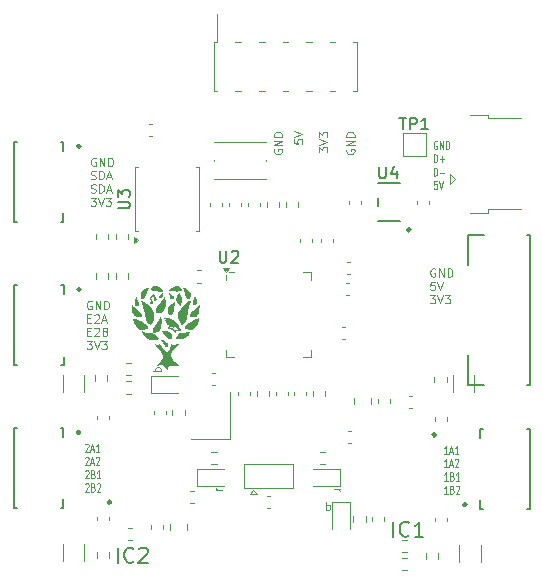
<source format=gbr>
%TF.GenerationSoftware,KiCad,Pcbnew,8.0.2*%
%TF.CreationDate,2024-08-07T22:56:44+12:00*%
%TF.ProjectId,FYP_P2_2,4659505f-5032-45f3-922e-6b696361645f,rev?*%
%TF.SameCoordinates,Original*%
%TF.FileFunction,Legend,Top*%
%TF.FilePolarity,Positive*%
%FSLAX46Y46*%
G04 Gerber Fmt 4.6, Leading zero omitted, Abs format (unit mm)*
G04 Created by KiCad (PCBNEW 8.0.2) date 2024-08-07 22:56:44*
%MOMM*%
%LPD*%
G01*
G04 APERTURE LIST*
%ADD10C,0.100000*%
%ADD11C,0.150000*%
%ADD12C,0.175000*%
%ADD13C,0.250000*%
%ADD14C,0.152400*%
%ADD15C,0.127000*%
%ADD16C,0.000000*%
%ADD17C,0.120000*%
%ADD18C,0.240000*%
G04 APERTURE END LIST*
D10*
X119892466Y-80517543D02*
X119859133Y-80584210D01*
X119859133Y-80584210D02*
X119859133Y-80684210D01*
X119859133Y-80684210D02*
X119892466Y-80784210D01*
X119892466Y-80784210D02*
X119959133Y-80850877D01*
X119959133Y-80850877D02*
X120025800Y-80884210D01*
X120025800Y-80884210D02*
X120159133Y-80917543D01*
X120159133Y-80917543D02*
X120259133Y-80917543D01*
X120259133Y-80917543D02*
X120392466Y-80884210D01*
X120392466Y-80884210D02*
X120459133Y-80850877D01*
X120459133Y-80850877D02*
X120525800Y-80784210D01*
X120525800Y-80784210D02*
X120559133Y-80684210D01*
X120559133Y-80684210D02*
X120559133Y-80617543D01*
X120559133Y-80617543D02*
X120525800Y-80517543D01*
X120525800Y-80517543D02*
X120492466Y-80484210D01*
X120492466Y-80484210D02*
X120259133Y-80484210D01*
X120259133Y-80484210D02*
X120259133Y-80617543D01*
X120559133Y-80184210D02*
X119859133Y-80184210D01*
X119859133Y-80184210D02*
X120559133Y-79784210D01*
X120559133Y-79784210D02*
X119859133Y-79784210D01*
X120559133Y-79450877D02*
X119859133Y-79450877D01*
X119859133Y-79450877D02*
X119859133Y-79284210D01*
X119859133Y-79284210D02*
X119892466Y-79184210D01*
X119892466Y-79184210D02*
X119959133Y-79117544D01*
X119959133Y-79117544D02*
X120025800Y-79084210D01*
X120025800Y-79084210D02*
X120159133Y-79050877D01*
X120159133Y-79050877D02*
X120259133Y-79050877D01*
X120259133Y-79050877D02*
X120392466Y-79084210D01*
X120392466Y-79084210D02*
X120459133Y-79117544D01*
X120459133Y-79117544D02*
X120525800Y-79184210D01*
X120525800Y-79184210D02*
X120559133Y-79284210D01*
X120559133Y-79284210D02*
X120559133Y-79450877D01*
X115484133Y-109367544D02*
X115017466Y-109367544D01*
X115150800Y-109367544D02*
X115084133Y-109334211D01*
X115084133Y-109334211D02*
X115050800Y-109300877D01*
X115050800Y-109300877D02*
X115017466Y-109234211D01*
X115017466Y-109234211D02*
X115017466Y-109167544D01*
X133524122Y-90638544D02*
X133457455Y-90605211D01*
X133457455Y-90605211D02*
X133357455Y-90605211D01*
X133357455Y-90605211D02*
X133257455Y-90638544D01*
X133257455Y-90638544D02*
X133190789Y-90705211D01*
X133190789Y-90705211D02*
X133157455Y-90771878D01*
X133157455Y-90771878D02*
X133124122Y-90905211D01*
X133124122Y-90905211D02*
X133124122Y-91005211D01*
X133124122Y-91005211D02*
X133157455Y-91138544D01*
X133157455Y-91138544D02*
X133190789Y-91205211D01*
X133190789Y-91205211D02*
X133257455Y-91271878D01*
X133257455Y-91271878D02*
X133357455Y-91305211D01*
X133357455Y-91305211D02*
X133424122Y-91305211D01*
X133424122Y-91305211D02*
X133524122Y-91271878D01*
X133524122Y-91271878D02*
X133557455Y-91238544D01*
X133557455Y-91238544D02*
X133557455Y-91005211D01*
X133557455Y-91005211D02*
X133424122Y-91005211D01*
X133857455Y-91305211D02*
X133857455Y-90605211D01*
X133857455Y-90605211D02*
X134257455Y-91305211D01*
X134257455Y-91305211D02*
X134257455Y-90605211D01*
X134590788Y-91305211D02*
X134590788Y-90605211D01*
X134590788Y-90605211D02*
X134757455Y-90605211D01*
X134757455Y-90605211D02*
X134857455Y-90638544D01*
X134857455Y-90638544D02*
X134924122Y-90705211D01*
X134924122Y-90705211D02*
X134957455Y-90771878D01*
X134957455Y-90771878D02*
X134990788Y-90905211D01*
X134990788Y-90905211D02*
X134990788Y-91005211D01*
X134990788Y-91005211D02*
X134957455Y-91138544D01*
X134957455Y-91138544D02*
X134924122Y-91205211D01*
X134924122Y-91205211D02*
X134857455Y-91271878D01*
X134857455Y-91271878D02*
X134757455Y-91305211D01*
X134757455Y-91305211D02*
X134590788Y-91305211D01*
X133490789Y-91732172D02*
X133157455Y-91732172D01*
X133157455Y-91732172D02*
X133124122Y-92065505D01*
X133124122Y-92065505D02*
X133157455Y-92032172D01*
X133157455Y-92032172D02*
X133224122Y-91998839D01*
X133224122Y-91998839D02*
X133390789Y-91998839D01*
X133390789Y-91998839D02*
X133457455Y-92032172D01*
X133457455Y-92032172D02*
X133490789Y-92065505D01*
X133490789Y-92065505D02*
X133524122Y-92132172D01*
X133524122Y-92132172D02*
X133524122Y-92298839D01*
X133524122Y-92298839D02*
X133490789Y-92365505D01*
X133490789Y-92365505D02*
X133457455Y-92398839D01*
X133457455Y-92398839D02*
X133390789Y-92432172D01*
X133390789Y-92432172D02*
X133224122Y-92432172D01*
X133224122Y-92432172D02*
X133157455Y-92398839D01*
X133157455Y-92398839D02*
X133124122Y-92365505D01*
X133724122Y-91732172D02*
X133957456Y-92432172D01*
X133957456Y-92432172D02*
X134190789Y-91732172D01*
X133090789Y-92859133D02*
X133524122Y-92859133D01*
X133524122Y-92859133D02*
X133290789Y-93125800D01*
X133290789Y-93125800D02*
X133390789Y-93125800D01*
X133390789Y-93125800D02*
X133457455Y-93159133D01*
X133457455Y-93159133D02*
X133490789Y-93192466D01*
X133490789Y-93192466D02*
X133524122Y-93259133D01*
X133524122Y-93259133D02*
X133524122Y-93425800D01*
X133524122Y-93425800D02*
X133490789Y-93492466D01*
X133490789Y-93492466D02*
X133457455Y-93525800D01*
X133457455Y-93525800D02*
X133390789Y-93559133D01*
X133390789Y-93559133D02*
X133190789Y-93559133D01*
X133190789Y-93559133D02*
X133124122Y-93525800D01*
X133124122Y-93525800D02*
X133090789Y-93492466D01*
X133724122Y-92859133D02*
X133957456Y-93559133D01*
X133957456Y-93559133D02*
X134190789Y-92859133D01*
X134357456Y-92859133D02*
X134790789Y-92859133D01*
X134790789Y-92859133D02*
X134557456Y-93125800D01*
X134557456Y-93125800D02*
X134657456Y-93125800D01*
X134657456Y-93125800D02*
X134724122Y-93159133D01*
X134724122Y-93159133D02*
X134757456Y-93192466D01*
X134757456Y-93192466D02*
X134790789Y-93259133D01*
X134790789Y-93259133D02*
X134790789Y-93425800D01*
X134790789Y-93425800D02*
X134757456Y-93492466D01*
X134757456Y-93492466D02*
X134724122Y-93525800D01*
X134724122Y-93525800D02*
X134657456Y-93559133D01*
X134657456Y-93559133D02*
X134457456Y-93559133D01*
X134457456Y-93559133D02*
X134390789Y-93525800D01*
X134390789Y-93525800D02*
X134357456Y-93492466D01*
X124990866Y-109282455D02*
X125457533Y-109282455D01*
X125324200Y-109282455D02*
X125390866Y-109315789D01*
X125390866Y-109315789D02*
X125424200Y-109349122D01*
X125424200Y-109349122D02*
X125457533Y-109415789D01*
X125457533Y-109415789D02*
X125457533Y-109482455D01*
X123709133Y-80750878D02*
X123709133Y-80317544D01*
X123709133Y-80317544D02*
X123975800Y-80550878D01*
X123975800Y-80550878D02*
X123975800Y-80450878D01*
X123975800Y-80450878D02*
X124009133Y-80384211D01*
X124009133Y-80384211D02*
X124042466Y-80350878D01*
X124042466Y-80350878D02*
X124109133Y-80317544D01*
X124109133Y-80317544D02*
X124275800Y-80317544D01*
X124275800Y-80317544D02*
X124342466Y-80350878D01*
X124342466Y-80350878D02*
X124375800Y-80384211D01*
X124375800Y-80384211D02*
X124409133Y-80450878D01*
X124409133Y-80450878D02*
X124409133Y-80650878D01*
X124409133Y-80650878D02*
X124375800Y-80717544D01*
X124375800Y-80717544D02*
X124342466Y-80750878D01*
X123709133Y-80117544D02*
X124409133Y-79884211D01*
X124409133Y-79884211D02*
X123709133Y-79650877D01*
X123709133Y-79484211D02*
X123709133Y-79050877D01*
X123709133Y-79050877D02*
X123975800Y-79284211D01*
X123975800Y-79284211D02*
X123975800Y-79184211D01*
X123975800Y-79184211D02*
X124009133Y-79117544D01*
X124009133Y-79117544D02*
X124042466Y-79084211D01*
X124042466Y-79084211D02*
X124109133Y-79050877D01*
X124109133Y-79050877D02*
X124275800Y-79050877D01*
X124275800Y-79050877D02*
X124342466Y-79084211D01*
X124342466Y-79084211D02*
X124375800Y-79117544D01*
X124375800Y-79117544D02*
X124409133Y-79184211D01*
X124409133Y-79184211D02*
X124409133Y-79384211D01*
X124409133Y-79384211D02*
X124375800Y-79450877D01*
X124375800Y-79450877D02*
X124342466Y-79484211D01*
X103911027Y-105494917D02*
X103934836Y-105461583D01*
X103934836Y-105461583D02*
X103982455Y-105428250D01*
X103982455Y-105428250D02*
X104101503Y-105428250D01*
X104101503Y-105428250D02*
X104149122Y-105461583D01*
X104149122Y-105461583D02*
X104172931Y-105494917D01*
X104172931Y-105494917D02*
X104196741Y-105561583D01*
X104196741Y-105561583D02*
X104196741Y-105628250D01*
X104196741Y-105628250D02*
X104172931Y-105728250D01*
X104172931Y-105728250D02*
X103887217Y-106128250D01*
X103887217Y-106128250D02*
X104196741Y-106128250D01*
X104387217Y-105928250D02*
X104625312Y-105928250D01*
X104339598Y-106128250D02*
X104506264Y-105428250D01*
X104506264Y-105428250D02*
X104672931Y-106128250D01*
X105101502Y-106128250D02*
X104815788Y-106128250D01*
X104958645Y-106128250D02*
X104958645Y-105428250D01*
X104958645Y-105428250D02*
X104911026Y-105528250D01*
X104911026Y-105528250D02*
X104863407Y-105594917D01*
X104863407Y-105594917D02*
X104815788Y-105628250D01*
X103911027Y-106621878D02*
X103934836Y-106588544D01*
X103934836Y-106588544D02*
X103982455Y-106555211D01*
X103982455Y-106555211D02*
X104101503Y-106555211D01*
X104101503Y-106555211D02*
X104149122Y-106588544D01*
X104149122Y-106588544D02*
X104172931Y-106621878D01*
X104172931Y-106621878D02*
X104196741Y-106688544D01*
X104196741Y-106688544D02*
X104196741Y-106755211D01*
X104196741Y-106755211D02*
X104172931Y-106855211D01*
X104172931Y-106855211D02*
X103887217Y-107255211D01*
X103887217Y-107255211D02*
X104196741Y-107255211D01*
X104387217Y-107055211D02*
X104625312Y-107055211D01*
X104339598Y-107255211D02*
X104506264Y-106555211D01*
X104506264Y-106555211D02*
X104672931Y-107255211D01*
X104815788Y-106621878D02*
X104839597Y-106588544D01*
X104839597Y-106588544D02*
X104887216Y-106555211D01*
X104887216Y-106555211D02*
X105006264Y-106555211D01*
X105006264Y-106555211D02*
X105053883Y-106588544D01*
X105053883Y-106588544D02*
X105077692Y-106621878D01*
X105077692Y-106621878D02*
X105101502Y-106688544D01*
X105101502Y-106688544D02*
X105101502Y-106755211D01*
X105101502Y-106755211D02*
X105077692Y-106855211D01*
X105077692Y-106855211D02*
X104791978Y-107255211D01*
X104791978Y-107255211D02*
X105101502Y-107255211D01*
X103911027Y-107748839D02*
X103934836Y-107715505D01*
X103934836Y-107715505D02*
X103982455Y-107682172D01*
X103982455Y-107682172D02*
X104101503Y-107682172D01*
X104101503Y-107682172D02*
X104149122Y-107715505D01*
X104149122Y-107715505D02*
X104172931Y-107748839D01*
X104172931Y-107748839D02*
X104196741Y-107815505D01*
X104196741Y-107815505D02*
X104196741Y-107882172D01*
X104196741Y-107882172D02*
X104172931Y-107982172D01*
X104172931Y-107982172D02*
X103887217Y-108382172D01*
X103887217Y-108382172D02*
X104196741Y-108382172D01*
X104577693Y-108015505D02*
X104649121Y-108048839D01*
X104649121Y-108048839D02*
X104672931Y-108082172D01*
X104672931Y-108082172D02*
X104696740Y-108148839D01*
X104696740Y-108148839D02*
X104696740Y-108248839D01*
X104696740Y-108248839D02*
X104672931Y-108315505D01*
X104672931Y-108315505D02*
X104649121Y-108348839D01*
X104649121Y-108348839D02*
X104601502Y-108382172D01*
X104601502Y-108382172D02*
X104411026Y-108382172D01*
X104411026Y-108382172D02*
X104411026Y-107682172D01*
X104411026Y-107682172D02*
X104577693Y-107682172D01*
X104577693Y-107682172D02*
X104625312Y-107715505D01*
X104625312Y-107715505D02*
X104649121Y-107748839D01*
X104649121Y-107748839D02*
X104672931Y-107815505D01*
X104672931Y-107815505D02*
X104672931Y-107882172D01*
X104672931Y-107882172D02*
X104649121Y-107948839D01*
X104649121Y-107948839D02*
X104625312Y-107982172D01*
X104625312Y-107982172D02*
X104577693Y-108015505D01*
X104577693Y-108015505D02*
X104411026Y-108015505D01*
X105172931Y-108382172D02*
X104887217Y-108382172D01*
X105030074Y-108382172D02*
X105030074Y-107682172D01*
X105030074Y-107682172D02*
X104982455Y-107782172D01*
X104982455Y-107782172D02*
X104934836Y-107848839D01*
X104934836Y-107848839D02*
X104887217Y-107882172D01*
X103911027Y-108875800D02*
X103934836Y-108842466D01*
X103934836Y-108842466D02*
X103982455Y-108809133D01*
X103982455Y-108809133D02*
X104101503Y-108809133D01*
X104101503Y-108809133D02*
X104149122Y-108842466D01*
X104149122Y-108842466D02*
X104172931Y-108875800D01*
X104172931Y-108875800D02*
X104196741Y-108942466D01*
X104196741Y-108942466D02*
X104196741Y-109009133D01*
X104196741Y-109009133D02*
X104172931Y-109109133D01*
X104172931Y-109109133D02*
X103887217Y-109509133D01*
X103887217Y-109509133D02*
X104196741Y-109509133D01*
X104577693Y-109142466D02*
X104649121Y-109175800D01*
X104649121Y-109175800D02*
X104672931Y-109209133D01*
X104672931Y-109209133D02*
X104696740Y-109275800D01*
X104696740Y-109275800D02*
X104696740Y-109375800D01*
X104696740Y-109375800D02*
X104672931Y-109442466D01*
X104672931Y-109442466D02*
X104649121Y-109475800D01*
X104649121Y-109475800D02*
X104601502Y-109509133D01*
X104601502Y-109509133D02*
X104411026Y-109509133D01*
X104411026Y-109509133D02*
X104411026Y-108809133D01*
X104411026Y-108809133D02*
X104577693Y-108809133D01*
X104577693Y-108809133D02*
X104625312Y-108842466D01*
X104625312Y-108842466D02*
X104649121Y-108875800D01*
X104649121Y-108875800D02*
X104672931Y-108942466D01*
X104672931Y-108942466D02*
X104672931Y-109009133D01*
X104672931Y-109009133D02*
X104649121Y-109075800D01*
X104649121Y-109075800D02*
X104625312Y-109109133D01*
X104625312Y-109109133D02*
X104577693Y-109142466D01*
X104577693Y-109142466D02*
X104411026Y-109142466D01*
X104887217Y-108875800D02*
X104911026Y-108842466D01*
X104911026Y-108842466D02*
X104958645Y-108809133D01*
X104958645Y-108809133D02*
X105077693Y-108809133D01*
X105077693Y-108809133D02*
X105125312Y-108842466D01*
X105125312Y-108842466D02*
X105149121Y-108875800D01*
X105149121Y-108875800D02*
X105172931Y-108942466D01*
X105172931Y-108942466D02*
X105172931Y-109009133D01*
X105172931Y-109009133D02*
X105149121Y-109109133D01*
X105149121Y-109109133D02*
X104863407Y-109509133D01*
X104863407Y-109509133D02*
X105172931Y-109509133D01*
X124307455Y-111059133D02*
X124307455Y-110359133D01*
X124307455Y-110625800D02*
X124374122Y-110592466D01*
X124374122Y-110592466D02*
X124507455Y-110592466D01*
X124507455Y-110592466D02*
X124574122Y-110625800D01*
X124574122Y-110625800D02*
X124607455Y-110659133D01*
X124607455Y-110659133D02*
X124640789Y-110725800D01*
X124640789Y-110725800D02*
X124640789Y-110925800D01*
X124640789Y-110925800D02*
X124607455Y-110992466D01*
X124607455Y-110992466D02*
X124574122Y-111025800D01*
X124574122Y-111025800D02*
X124507455Y-111059133D01*
X124507455Y-111059133D02*
X124374122Y-111059133D01*
X124374122Y-111059133D02*
X124307455Y-111025800D01*
X126042466Y-80517543D02*
X126009133Y-80584210D01*
X126009133Y-80584210D02*
X126009133Y-80684210D01*
X126009133Y-80684210D02*
X126042466Y-80784210D01*
X126042466Y-80784210D02*
X126109133Y-80850877D01*
X126109133Y-80850877D02*
X126175800Y-80884210D01*
X126175800Y-80884210D02*
X126309133Y-80917543D01*
X126309133Y-80917543D02*
X126409133Y-80917543D01*
X126409133Y-80917543D02*
X126542466Y-80884210D01*
X126542466Y-80884210D02*
X126609133Y-80850877D01*
X126609133Y-80850877D02*
X126675800Y-80784210D01*
X126675800Y-80784210D02*
X126709133Y-80684210D01*
X126709133Y-80684210D02*
X126709133Y-80617543D01*
X126709133Y-80617543D02*
X126675800Y-80517543D01*
X126675800Y-80517543D02*
X126642466Y-80484210D01*
X126642466Y-80484210D02*
X126409133Y-80484210D01*
X126409133Y-80484210D02*
X126409133Y-80617543D01*
X126709133Y-80184210D02*
X126009133Y-80184210D01*
X126009133Y-80184210D02*
X126709133Y-79784210D01*
X126709133Y-79784210D02*
X126009133Y-79784210D01*
X126709133Y-79450877D02*
X126009133Y-79450877D01*
X126009133Y-79450877D02*
X126009133Y-79284210D01*
X126009133Y-79284210D02*
X126042466Y-79184210D01*
X126042466Y-79184210D02*
X126109133Y-79117544D01*
X126109133Y-79117544D02*
X126175800Y-79084210D01*
X126175800Y-79084210D02*
X126309133Y-79050877D01*
X126309133Y-79050877D02*
X126409133Y-79050877D01*
X126409133Y-79050877D02*
X126542466Y-79084210D01*
X126542466Y-79084210D02*
X126609133Y-79117544D01*
X126609133Y-79117544D02*
X126675800Y-79184210D01*
X126675800Y-79184210D02*
X126709133Y-79284210D01*
X126709133Y-79284210D02*
X126709133Y-79450877D01*
X104449122Y-93386583D02*
X104382455Y-93353250D01*
X104382455Y-93353250D02*
X104282455Y-93353250D01*
X104282455Y-93353250D02*
X104182455Y-93386583D01*
X104182455Y-93386583D02*
X104115789Y-93453250D01*
X104115789Y-93453250D02*
X104082455Y-93519917D01*
X104082455Y-93519917D02*
X104049122Y-93653250D01*
X104049122Y-93653250D02*
X104049122Y-93753250D01*
X104049122Y-93753250D02*
X104082455Y-93886583D01*
X104082455Y-93886583D02*
X104115789Y-93953250D01*
X104115789Y-93953250D02*
X104182455Y-94019917D01*
X104182455Y-94019917D02*
X104282455Y-94053250D01*
X104282455Y-94053250D02*
X104349122Y-94053250D01*
X104349122Y-94053250D02*
X104449122Y-94019917D01*
X104449122Y-94019917D02*
X104482455Y-93986583D01*
X104482455Y-93986583D02*
X104482455Y-93753250D01*
X104482455Y-93753250D02*
X104349122Y-93753250D01*
X104782455Y-94053250D02*
X104782455Y-93353250D01*
X104782455Y-93353250D02*
X105182455Y-94053250D01*
X105182455Y-94053250D02*
X105182455Y-93353250D01*
X105515788Y-94053250D02*
X105515788Y-93353250D01*
X105515788Y-93353250D02*
X105682455Y-93353250D01*
X105682455Y-93353250D02*
X105782455Y-93386583D01*
X105782455Y-93386583D02*
X105849122Y-93453250D01*
X105849122Y-93453250D02*
X105882455Y-93519917D01*
X105882455Y-93519917D02*
X105915788Y-93653250D01*
X105915788Y-93653250D02*
X105915788Y-93753250D01*
X105915788Y-93753250D02*
X105882455Y-93886583D01*
X105882455Y-93886583D02*
X105849122Y-93953250D01*
X105849122Y-93953250D02*
X105782455Y-94019917D01*
X105782455Y-94019917D02*
X105682455Y-94053250D01*
X105682455Y-94053250D02*
X105515788Y-94053250D01*
X104082455Y-94813544D02*
X104315789Y-94813544D01*
X104415789Y-95180211D02*
X104082455Y-95180211D01*
X104082455Y-95180211D02*
X104082455Y-94480211D01*
X104082455Y-94480211D02*
X104415789Y-94480211D01*
X104682455Y-94546878D02*
X104715788Y-94513544D01*
X104715788Y-94513544D02*
X104782455Y-94480211D01*
X104782455Y-94480211D02*
X104949122Y-94480211D01*
X104949122Y-94480211D02*
X105015788Y-94513544D01*
X105015788Y-94513544D02*
X105049122Y-94546878D01*
X105049122Y-94546878D02*
X105082455Y-94613544D01*
X105082455Y-94613544D02*
X105082455Y-94680211D01*
X105082455Y-94680211D02*
X105049122Y-94780211D01*
X105049122Y-94780211D02*
X104649122Y-95180211D01*
X104649122Y-95180211D02*
X105082455Y-95180211D01*
X105349122Y-94980211D02*
X105682455Y-94980211D01*
X105282455Y-95180211D02*
X105515789Y-94480211D01*
X105515789Y-94480211D02*
X105749122Y-95180211D01*
X104082455Y-95940505D02*
X104315789Y-95940505D01*
X104415789Y-96307172D02*
X104082455Y-96307172D01*
X104082455Y-96307172D02*
X104082455Y-95607172D01*
X104082455Y-95607172D02*
X104415789Y-95607172D01*
X104682455Y-95673839D02*
X104715788Y-95640505D01*
X104715788Y-95640505D02*
X104782455Y-95607172D01*
X104782455Y-95607172D02*
X104949122Y-95607172D01*
X104949122Y-95607172D02*
X105015788Y-95640505D01*
X105015788Y-95640505D02*
X105049122Y-95673839D01*
X105049122Y-95673839D02*
X105082455Y-95740505D01*
X105082455Y-95740505D02*
X105082455Y-95807172D01*
X105082455Y-95807172D02*
X105049122Y-95907172D01*
X105049122Y-95907172D02*
X104649122Y-96307172D01*
X104649122Y-96307172D02*
X105082455Y-96307172D01*
X105615789Y-95940505D02*
X105715789Y-95973839D01*
X105715789Y-95973839D02*
X105749122Y-96007172D01*
X105749122Y-96007172D02*
X105782455Y-96073839D01*
X105782455Y-96073839D02*
X105782455Y-96173839D01*
X105782455Y-96173839D02*
X105749122Y-96240505D01*
X105749122Y-96240505D02*
X105715789Y-96273839D01*
X105715789Y-96273839D02*
X105649122Y-96307172D01*
X105649122Y-96307172D02*
X105382455Y-96307172D01*
X105382455Y-96307172D02*
X105382455Y-95607172D01*
X105382455Y-95607172D02*
X105615789Y-95607172D01*
X105615789Y-95607172D02*
X105682455Y-95640505D01*
X105682455Y-95640505D02*
X105715789Y-95673839D01*
X105715789Y-95673839D02*
X105749122Y-95740505D01*
X105749122Y-95740505D02*
X105749122Y-95807172D01*
X105749122Y-95807172D02*
X105715789Y-95873839D01*
X105715789Y-95873839D02*
X105682455Y-95907172D01*
X105682455Y-95907172D02*
X105615789Y-95940505D01*
X105615789Y-95940505D02*
X105382455Y-95940505D01*
X104015789Y-96734133D02*
X104449122Y-96734133D01*
X104449122Y-96734133D02*
X104215789Y-97000800D01*
X104215789Y-97000800D02*
X104315789Y-97000800D01*
X104315789Y-97000800D02*
X104382455Y-97034133D01*
X104382455Y-97034133D02*
X104415789Y-97067466D01*
X104415789Y-97067466D02*
X104449122Y-97134133D01*
X104449122Y-97134133D02*
X104449122Y-97300800D01*
X104449122Y-97300800D02*
X104415789Y-97367466D01*
X104415789Y-97367466D02*
X104382455Y-97400800D01*
X104382455Y-97400800D02*
X104315789Y-97434133D01*
X104315789Y-97434133D02*
X104115789Y-97434133D01*
X104115789Y-97434133D02*
X104049122Y-97400800D01*
X104049122Y-97400800D02*
X104015789Y-97367466D01*
X104649122Y-96734133D02*
X104882456Y-97434133D01*
X104882456Y-97434133D02*
X105115789Y-96734133D01*
X105282456Y-96734133D02*
X105715789Y-96734133D01*
X105715789Y-96734133D02*
X105482456Y-97000800D01*
X105482456Y-97000800D02*
X105582456Y-97000800D01*
X105582456Y-97000800D02*
X105649122Y-97034133D01*
X105649122Y-97034133D02*
X105682456Y-97067466D01*
X105682456Y-97067466D02*
X105715789Y-97134133D01*
X105715789Y-97134133D02*
X105715789Y-97300800D01*
X105715789Y-97300800D02*
X105682456Y-97367466D01*
X105682456Y-97367466D02*
X105649122Y-97400800D01*
X105649122Y-97400800D02*
X105582456Y-97434133D01*
X105582456Y-97434133D02*
X105382456Y-97434133D01*
X105382456Y-97434133D02*
X105315789Y-97400800D01*
X105315789Y-97400800D02*
X105282456Y-97367466D01*
X133696741Y-79836583D02*
X133649122Y-79803250D01*
X133649122Y-79803250D02*
X133577693Y-79803250D01*
X133577693Y-79803250D02*
X133506265Y-79836583D01*
X133506265Y-79836583D02*
X133458646Y-79903250D01*
X133458646Y-79903250D02*
X133434836Y-79969917D01*
X133434836Y-79969917D02*
X133411027Y-80103250D01*
X133411027Y-80103250D02*
X133411027Y-80203250D01*
X133411027Y-80203250D02*
X133434836Y-80336583D01*
X133434836Y-80336583D02*
X133458646Y-80403250D01*
X133458646Y-80403250D02*
X133506265Y-80469917D01*
X133506265Y-80469917D02*
X133577693Y-80503250D01*
X133577693Y-80503250D02*
X133625312Y-80503250D01*
X133625312Y-80503250D02*
X133696741Y-80469917D01*
X133696741Y-80469917D02*
X133720550Y-80436583D01*
X133720550Y-80436583D02*
X133720550Y-80203250D01*
X133720550Y-80203250D02*
X133625312Y-80203250D01*
X133934836Y-80503250D02*
X133934836Y-79803250D01*
X133934836Y-79803250D02*
X134220550Y-80503250D01*
X134220550Y-80503250D02*
X134220550Y-79803250D01*
X134458646Y-80503250D02*
X134458646Y-79803250D01*
X134458646Y-79803250D02*
X134577694Y-79803250D01*
X134577694Y-79803250D02*
X134649122Y-79836583D01*
X134649122Y-79836583D02*
X134696741Y-79903250D01*
X134696741Y-79903250D02*
X134720551Y-79969917D01*
X134720551Y-79969917D02*
X134744360Y-80103250D01*
X134744360Y-80103250D02*
X134744360Y-80203250D01*
X134744360Y-80203250D02*
X134720551Y-80336583D01*
X134720551Y-80336583D02*
X134696741Y-80403250D01*
X134696741Y-80403250D02*
X134649122Y-80469917D01*
X134649122Y-80469917D02*
X134577694Y-80503250D01*
X134577694Y-80503250D02*
X134458646Y-80503250D01*
X133434836Y-81630211D02*
X133434836Y-80930211D01*
X133434836Y-80930211D02*
X133553884Y-80930211D01*
X133553884Y-80930211D02*
X133625312Y-80963544D01*
X133625312Y-80963544D02*
X133672931Y-81030211D01*
X133672931Y-81030211D02*
X133696741Y-81096878D01*
X133696741Y-81096878D02*
X133720550Y-81230211D01*
X133720550Y-81230211D02*
X133720550Y-81330211D01*
X133720550Y-81330211D02*
X133696741Y-81463544D01*
X133696741Y-81463544D02*
X133672931Y-81530211D01*
X133672931Y-81530211D02*
X133625312Y-81596878D01*
X133625312Y-81596878D02*
X133553884Y-81630211D01*
X133553884Y-81630211D02*
X133434836Y-81630211D01*
X133934836Y-81363544D02*
X134315789Y-81363544D01*
X134125312Y-81630211D02*
X134125312Y-81096878D01*
X133434836Y-82757172D02*
X133434836Y-82057172D01*
X133434836Y-82057172D02*
X133553884Y-82057172D01*
X133553884Y-82057172D02*
X133625312Y-82090505D01*
X133625312Y-82090505D02*
X133672931Y-82157172D01*
X133672931Y-82157172D02*
X133696741Y-82223839D01*
X133696741Y-82223839D02*
X133720550Y-82357172D01*
X133720550Y-82357172D02*
X133720550Y-82457172D01*
X133720550Y-82457172D02*
X133696741Y-82590505D01*
X133696741Y-82590505D02*
X133672931Y-82657172D01*
X133672931Y-82657172D02*
X133625312Y-82723839D01*
X133625312Y-82723839D02*
X133553884Y-82757172D01*
X133553884Y-82757172D02*
X133434836Y-82757172D01*
X133934836Y-82490505D02*
X134315789Y-82490505D01*
X133672931Y-83184133D02*
X133434836Y-83184133D01*
X133434836Y-83184133D02*
X133411027Y-83517466D01*
X133411027Y-83517466D02*
X133434836Y-83484133D01*
X133434836Y-83484133D02*
X133482455Y-83450800D01*
X133482455Y-83450800D02*
X133601503Y-83450800D01*
X133601503Y-83450800D02*
X133649122Y-83484133D01*
X133649122Y-83484133D02*
X133672931Y-83517466D01*
X133672931Y-83517466D02*
X133696741Y-83584133D01*
X133696741Y-83584133D02*
X133696741Y-83750800D01*
X133696741Y-83750800D02*
X133672931Y-83817466D01*
X133672931Y-83817466D02*
X133649122Y-83850800D01*
X133649122Y-83850800D02*
X133601503Y-83884133D01*
X133601503Y-83884133D02*
X133482455Y-83884133D01*
X133482455Y-83884133D02*
X133434836Y-83850800D01*
X133434836Y-83850800D02*
X133411027Y-83817466D01*
X133839598Y-83184133D02*
X134006264Y-83884133D01*
X134006264Y-83884133D02*
X134172931Y-83184133D01*
X121584133Y-79684211D02*
X121584133Y-80017544D01*
X121584133Y-80017544D02*
X121917466Y-80050877D01*
X121917466Y-80050877D02*
X121884133Y-80017544D01*
X121884133Y-80017544D02*
X121850800Y-79950877D01*
X121850800Y-79950877D02*
X121850800Y-79784211D01*
X121850800Y-79784211D02*
X121884133Y-79717544D01*
X121884133Y-79717544D02*
X121917466Y-79684211D01*
X121917466Y-79684211D02*
X121984133Y-79650877D01*
X121984133Y-79650877D02*
X122150800Y-79650877D01*
X122150800Y-79650877D02*
X122217466Y-79684211D01*
X122217466Y-79684211D02*
X122250800Y-79717544D01*
X122250800Y-79717544D02*
X122284133Y-79784211D01*
X122284133Y-79784211D02*
X122284133Y-79950877D01*
X122284133Y-79950877D02*
X122250800Y-80017544D01*
X122250800Y-80017544D02*
X122217466Y-80050877D01*
X121584133Y-79450877D02*
X122284133Y-79217544D01*
X122284133Y-79217544D02*
X121584133Y-78984210D01*
X104799122Y-81261583D02*
X104732455Y-81228250D01*
X104732455Y-81228250D02*
X104632455Y-81228250D01*
X104632455Y-81228250D02*
X104532455Y-81261583D01*
X104532455Y-81261583D02*
X104465789Y-81328250D01*
X104465789Y-81328250D02*
X104432455Y-81394917D01*
X104432455Y-81394917D02*
X104399122Y-81528250D01*
X104399122Y-81528250D02*
X104399122Y-81628250D01*
X104399122Y-81628250D02*
X104432455Y-81761583D01*
X104432455Y-81761583D02*
X104465789Y-81828250D01*
X104465789Y-81828250D02*
X104532455Y-81894917D01*
X104532455Y-81894917D02*
X104632455Y-81928250D01*
X104632455Y-81928250D02*
X104699122Y-81928250D01*
X104699122Y-81928250D02*
X104799122Y-81894917D01*
X104799122Y-81894917D02*
X104832455Y-81861583D01*
X104832455Y-81861583D02*
X104832455Y-81628250D01*
X104832455Y-81628250D02*
X104699122Y-81628250D01*
X105132455Y-81928250D02*
X105132455Y-81228250D01*
X105132455Y-81228250D02*
X105532455Y-81928250D01*
X105532455Y-81928250D02*
X105532455Y-81228250D01*
X105865788Y-81928250D02*
X105865788Y-81228250D01*
X105865788Y-81228250D02*
X106032455Y-81228250D01*
X106032455Y-81228250D02*
X106132455Y-81261583D01*
X106132455Y-81261583D02*
X106199122Y-81328250D01*
X106199122Y-81328250D02*
X106232455Y-81394917D01*
X106232455Y-81394917D02*
X106265788Y-81528250D01*
X106265788Y-81528250D02*
X106265788Y-81628250D01*
X106265788Y-81628250D02*
X106232455Y-81761583D01*
X106232455Y-81761583D02*
X106199122Y-81828250D01*
X106199122Y-81828250D02*
X106132455Y-81894917D01*
X106132455Y-81894917D02*
X106032455Y-81928250D01*
X106032455Y-81928250D02*
X105865788Y-81928250D01*
X104399122Y-83021878D02*
X104499122Y-83055211D01*
X104499122Y-83055211D02*
X104665789Y-83055211D01*
X104665789Y-83055211D02*
X104732455Y-83021878D01*
X104732455Y-83021878D02*
X104765789Y-82988544D01*
X104765789Y-82988544D02*
X104799122Y-82921878D01*
X104799122Y-82921878D02*
X104799122Y-82855211D01*
X104799122Y-82855211D02*
X104765789Y-82788544D01*
X104765789Y-82788544D02*
X104732455Y-82755211D01*
X104732455Y-82755211D02*
X104665789Y-82721878D01*
X104665789Y-82721878D02*
X104532455Y-82688544D01*
X104532455Y-82688544D02*
X104465789Y-82655211D01*
X104465789Y-82655211D02*
X104432455Y-82621878D01*
X104432455Y-82621878D02*
X104399122Y-82555211D01*
X104399122Y-82555211D02*
X104399122Y-82488544D01*
X104399122Y-82488544D02*
X104432455Y-82421878D01*
X104432455Y-82421878D02*
X104465789Y-82388544D01*
X104465789Y-82388544D02*
X104532455Y-82355211D01*
X104532455Y-82355211D02*
X104699122Y-82355211D01*
X104699122Y-82355211D02*
X104799122Y-82388544D01*
X105099122Y-83055211D02*
X105099122Y-82355211D01*
X105099122Y-82355211D02*
X105265789Y-82355211D01*
X105265789Y-82355211D02*
X105365789Y-82388544D01*
X105365789Y-82388544D02*
X105432456Y-82455211D01*
X105432456Y-82455211D02*
X105465789Y-82521878D01*
X105465789Y-82521878D02*
X105499122Y-82655211D01*
X105499122Y-82655211D02*
X105499122Y-82755211D01*
X105499122Y-82755211D02*
X105465789Y-82888544D01*
X105465789Y-82888544D02*
X105432456Y-82955211D01*
X105432456Y-82955211D02*
X105365789Y-83021878D01*
X105365789Y-83021878D02*
X105265789Y-83055211D01*
X105265789Y-83055211D02*
X105099122Y-83055211D01*
X105765789Y-82855211D02*
X106099122Y-82855211D01*
X105699122Y-83055211D02*
X105932456Y-82355211D01*
X105932456Y-82355211D02*
X106165789Y-83055211D01*
X104399122Y-84148839D02*
X104499122Y-84182172D01*
X104499122Y-84182172D02*
X104665789Y-84182172D01*
X104665789Y-84182172D02*
X104732455Y-84148839D01*
X104732455Y-84148839D02*
X104765789Y-84115505D01*
X104765789Y-84115505D02*
X104799122Y-84048839D01*
X104799122Y-84048839D02*
X104799122Y-83982172D01*
X104799122Y-83982172D02*
X104765789Y-83915505D01*
X104765789Y-83915505D02*
X104732455Y-83882172D01*
X104732455Y-83882172D02*
X104665789Y-83848839D01*
X104665789Y-83848839D02*
X104532455Y-83815505D01*
X104532455Y-83815505D02*
X104465789Y-83782172D01*
X104465789Y-83782172D02*
X104432455Y-83748839D01*
X104432455Y-83748839D02*
X104399122Y-83682172D01*
X104399122Y-83682172D02*
X104399122Y-83615505D01*
X104399122Y-83615505D02*
X104432455Y-83548839D01*
X104432455Y-83548839D02*
X104465789Y-83515505D01*
X104465789Y-83515505D02*
X104532455Y-83482172D01*
X104532455Y-83482172D02*
X104699122Y-83482172D01*
X104699122Y-83482172D02*
X104799122Y-83515505D01*
X105099122Y-84182172D02*
X105099122Y-83482172D01*
X105099122Y-83482172D02*
X105265789Y-83482172D01*
X105265789Y-83482172D02*
X105365789Y-83515505D01*
X105365789Y-83515505D02*
X105432456Y-83582172D01*
X105432456Y-83582172D02*
X105465789Y-83648839D01*
X105465789Y-83648839D02*
X105499122Y-83782172D01*
X105499122Y-83782172D02*
X105499122Y-83882172D01*
X105499122Y-83882172D02*
X105465789Y-84015505D01*
X105465789Y-84015505D02*
X105432456Y-84082172D01*
X105432456Y-84082172D02*
X105365789Y-84148839D01*
X105365789Y-84148839D02*
X105265789Y-84182172D01*
X105265789Y-84182172D02*
X105099122Y-84182172D01*
X105765789Y-83982172D02*
X106099122Y-83982172D01*
X105699122Y-84182172D02*
X105932456Y-83482172D01*
X105932456Y-83482172D02*
X106165789Y-84182172D01*
X104365789Y-84609133D02*
X104799122Y-84609133D01*
X104799122Y-84609133D02*
X104565789Y-84875800D01*
X104565789Y-84875800D02*
X104665789Y-84875800D01*
X104665789Y-84875800D02*
X104732455Y-84909133D01*
X104732455Y-84909133D02*
X104765789Y-84942466D01*
X104765789Y-84942466D02*
X104799122Y-85009133D01*
X104799122Y-85009133D02*
X104799122Y-85175800D01*
X104799122Y-85175800D02*
X104765789Y-85242466D01*
X104765789Y-85242466D02*
X104732455Y-85275800D01*
X104732455Y-85275800D02*
X104665789Y-85309133D01*
X104665789Y-85309133D02*
X104465789Y-85309133D01*
X104465789Y-85309133D02*
X104399122Y-85275800D01*
X104399122Y-85275800D02*
X104365789Y-85242466D01*
X104999122Y-84609133D02*
X105232456Y-85309133D01*
X105232456Y-85309133D02*
X105465789Y-84609133D01*
X105632456Y-84609133D02*
X106065789Y-84609133D01*
X106065789Y-84609133D02*
X105832456Y-84875800D01*
X105832456Y-84875800D02*
X105932456Y-84875800D01*
X105932456Y-84875800D02*
X105999122Y-84909133D01*
X105999122Y-84909133D02*
X106032456Y-84942466D01*
X106032456Y-84942466D02*
X106065789Y-85009133D01*
X106065789Y-85009133D02*
X106065789Y-85175800D01*
X106065789Y-85175800D02*
X106032456Y-85242466D01*
X106032456Y-85242466D02*
X105999122Y-85275800D01*
X105999122Y-85275800D02*
X105932456Y-85309133D01*
X105932456Y-85309133D02*
X105732456Y-85309133D01*
X105732456Y-85309133D02*
X105665789Y-85275800D01*
X105665789Y-85275800D02*
X105632456Y-85242466D01*
X134596741Y-106303250D02*
X134311027Y-106303250D01*
X134453884Y-106303250D02*
X134453884Y-105603250D01*
X134453884Y-105603250D02*
X134406265Y-105703250D01*
X134406265Y-105703250D02*
X134358646Y-105769917D01*
X134358646Y-105769917D02*
X134311027Y-105803250D01*
X134787217Y-106103250D02*
X135025312Y-106103250D01*
X134739598Y-106303250D02*
X134906264Y-105603250D01*
X134906264Y-105603250D02*
X135072931Y-106303250D01*
X135501502Y-106303250D02*
X135215788Y-106303250D01*
X135358645Y-106303250D02*
X135358645Y-105603250D01*
X135358645Y-105603250D02*
X135311026Y-105703250D01*
X135311026Y-105703250D02*
X135263407Y-105769917D01*
X135263407Y-105769917D02*
X135215788Y-105803250D01*
X134596741Y-107430211D02*
X134311027Y-107430211D01*
X134453884Y-107430211D02*
X134453884Y-106730211D01*
X134453884Y-106730211D02*
X134406265Y-106830211D01*
X134406265Y-106830211D02*
X134358646Y-106896878D01*
X134358646Y-106896878D02*
X134311027Y-106930211D01*
X134787217Y-107230211D02*
X135025312Y-107230211D01*
X134739598Y-107430211D02*
X134906264Y-106730211D01*
X134906264Y-106730211D02*
X135072931Y-107430211D01*
X135215788Y-106796878D02*
X135239597Y-106763544D01*
X135239597Y-106763544D02*
X135287216Y-106730211D01*
X135287216Y-106730211D02*
X135406264Y-106730211D01*
X135406264Y-106730211D02*
X135453883Y-106763544D01*
X135453883Y-106763544D02*
X135477692Y-106796878D01*
X135477692Y-106796878D02*
X135501502Y-106863544D01*
X135501502Y-106863544D02*
X135501502Y-106930211D01*
X135501502Y-106930211D02*
X135477692Y-107030211D01*
X135477692Y-107030211D02*
X135191978Y-107430211D01*
X135191978Y-107430211D02*
X135501502Y-107430211D01*
X134596741Y-108557172D02*
X134311027Y-108557172D01*
X134453884Y-108557172D02*
X134453884Y-107857172D01*
X134453884Y-107857172D02*
X134406265Y-107957172D01*
X134406265Y-107957172D02*
X134358646Y-108023839D01*
X134358646Y-108023839D02*
X134311027Y-108057172D01*
X134977693Y-108190505D02*
X135049121Y-108223839D01*
X135049121Y-108223839D02*
X135072931Y-108257172D01*
X135072931Y-108257172D02*
X135096740Y-108323839D01*
X135096740Y-108323839D02*
X135096740Y-108423839D01*
X135096740Y-108423839D02*
X135072931Y-108490505D01*
X135072931Y-108490505D02*
X135049121Y-108523839D01*
X135049121Y-108523839D02*
X135001502Y-108557172D01*
X135001502Y-108557172D02*
X134811026Y-108557172D01*
X134811026Y-108557172D02*
X134811026Y-107857172D01*
X134811026Y-107857172D02*
X134977693Y-107857172D01*
X134977693Y-107857172D02*
X135025312Y-107890505D01*
X135025312Y-107890505D02*
X135049121Y-107923839D01*
X135049121Y-107923839D02*
X135072931Y-107990505D01*
X135072931Y-107990505D02*
X135072931Y-108057172D01*
X135072931Y-108057172D02*
X135049121Y-108123839D01*
X135049121Y-108123839D02*
X135025312Y-108157172D01*
X135025312Y-108157172D02*
X134977693Y-108190505D01*
X134977693Y-108190505D02*
X134811026Y-108190505D01*
X135572931Y-108557172D02*
X135287217Y-108557172D01*
X135430074Y-108557172D02*
X135430074Y-107857172D01*
X135430074Y-107857172D02*
X135382455Y-107957172D01*
X135382455Y-107957172D02*
X135334836Y-108023839D01*
X135334836Y-108023839D02*
X135287217Y-108057172D01*
X134596741Y-109684133D02*
X134311027Y-109684133D01*
X134453884Y-109684133D02*
X134453884Y-108984133D01*
X134453884Y-108984133D02*
X134406265Y-109084133D01*
X134406265Y-109084133D02*
X134358646Y-109150800D01*
X134358646Y-109150800D02*
X134311027Y-109184133D01*
X134977693Y-109317466D02*
X135049121Y-109350800D01*
X135049121Y-109350800D02*
X135072931Y-109384133D01*
X135072931Y-109384133D02*
X135096740Y-109450800D01*
X135096740Y-109450800D02*
X135096740Y-109550800D01*
X135096740Y-109550800D02*
X135072931Y-109617466D01*
X135072931Y-109617466D02*
X135049121Y-109650800D01*
X135049121Y-109650800D02*
X135001502Y-109684133D01*
X135001502Y-109684133D02*
X134811026Y-109684133D01*
X134811026Y-109684133D02*
X134811026Y-108984133D01*
X134811026Y-108984133D02*
X134977693Y-108984133D01*
X134977693Y-108984133D02*
X135025312Y-109017466D01*
X135025312Y-109017466D02*
X135049121Y-109050800D01*
X135049121Y-109050800D02*
X135072931Y-109117466D01*
X135072931Y-109117466D02*
X135072931Y-109184133D01*
X135072931Y-109184133D02*
X135049121Y-109250800D01*
X135049121Y-109250800D02*
X135025312Y-109284133D01*
X135025312Y-109284133D02*
X134977693Y-109317466D01*
X134977693Y-109317466D02*
X134811026Y-109317466D01*
X135287217Y-109050800D02*
X135311026Y-109017466D01*
X135311026Y-109017466D02*
X135358645Y-108984133D01*
X135358645Y-108984133D02*
X135477693Y-108984133D01*
X135477693Y-108984133D02*
X135525312Y-109017466D01*
X135525312Y-109017466D02*
X135549121Y-109050800D01*
X135549121Y-109050800D02*
X135572931Y-109117466D01*
X135572931Y-109117466D02*
X135572931Y-109184133D01*
X135572931Y-109184133D02*
X135549121Y-109284133D01*
X135549121Y-109284133D02*
X135263407Y-109684133D01*
X135263407Y-109684133D02*
X135572931Y-109684133D01*
X110309133Y-99317544D02*
X109609133Y-99317544D01*
X109875800Y-99317544D02*
X109842466Y-99250877D01*
X109842466Y-99250877D02*
X109842466Y-99117544D01*
X109842466Y-99117544D02*
X109875800Y-99050877D01*
X109875800Y-99050877D02*
X109909133Y-99017544D01*
X109909133Y-99017544D02*
X109975800Y-98984211D01*
X109975800Y-98984211D02*
X110175800Y-98984211D01*
X110175800Y-98984211D02*
X110242466Y-99017544D01*
X110242466Y-99017544D02*
X110275800Y-99050877D01*
X110275800Y-99050877D02*
X110309133Y-99117544D01*
X110309133Y-99117544D02*
X110309133Y-99250877D01*
X110309133Y-99250877D02*
X110275800Y-99317544D01*
D11*
X128788095Y-81979819D02*
X128788095Y-82789342D01*
X128788095Y-82789342D02*
X128835714Y-82884580D01*
X128835714Y-82884580D02*
X128883333Y-82932200D01*
X128883333Y-82932200D02*
X128978571Y-82979819D01*
X128978571Y-82979819D02*
X129169047Y-82979819D01*
X129169047Y-82979819D02*
X129264285Y-82932200D01*
X129264285Y-82932200D02*
X129311904Y-82884580D01*
X129311904Y-82884580D02*
X129359523Y-82789342D01*
X129359523Y-82789342D02*
X129359523Y-81979819D01*
X130264285Y-82313152D02*
X130264285Y-82979819D01*
X130026190Y-81932200D02*
X129788095Y-82646485D01*
X129788095Y-82646485D02*
X130407142Y-82646485D01*
X106679819Y-85511904D02*
X107489342Y-85511904D01*
X107489342Y-85511904D02*
X107584580Y-85464285D01*
X107584580Y-85464285D02*
X107632200Y-85416666D01*
X107632200Y-85416666D02*
X107679819Y-85321428D01*
X107679819Y-85321428D02*
X107679819Y-85130952D01*
X107679819Y-85130952D02*
X107632200Y-85035714D01*
X107632200Y-85035714D02*
X107584580Y-84988095D01*
X107584580Y-84988095D02*
X107489342Y-84940476D01*
X107489342Y-84940476D02*
X106679819Y-84940476D01*
X106679819Y-84559523D02*
X106679819Y-83940476D01*
X106679819Y-83940476D02*
X107060771Y-84273809D01*
X107060771Y-84273809D02*
X107060771Y-84130952D01*
X107060771Y-84130952D02*
X107108390Y-84035714D01*
X107108390Y-84035714D02*
X107156009Y-83988095D01*
X107156009Y-83988095D02*
X107251247Y-83940476D01*
X107251247Y-83940476D02*
X107489342Y-83940476D01*
X107489342Y-83940476D02*
X107584580Y-83988095D01*
X107584580Y-83988095D02*
X107632200Y-84035714D01*
X107632200Y-84035714D02*
X107679819Y-84130952D01*
X107679819Y-84130952D02*
X107679819Y-84416666D01*
X107679819Y-84416666D02*
X107632200Y-84511904D01*
X107632200Y-84511904D02*
X107584580Y-84559523D01*
D12*
X129985237Y-113303426D02*
X129985237Y-112033426D01*
X131315714Y-113182473D02*
X131255238Y-113242950D01*
X131255238Y-113242950D02*
X131073809Y-113303426D01*
X131073809Y-113303426D02*
X130952857Y-113303426D01*
X130952857Y-113303426D02*
X130771428Y-113242950D01*
X130771428Y-113242950D02*
X130650476Y-113121997D01*
X130650476Y-113121997D02*
X130589999Y-113001045D01*
X130589999Y-113001045D02*
X130529523Y-112759140D01*
X130529523Y-112759140D02*
X130529523Y-112577711D01*
X130529523Y-112577711D02*
X130589999Y-112335807D01*
X130589999Y-112335807D02*
X130650476Y-112214854D01*
X130650476Y-112214854D02*
X130771428Y-112093902D01*
X130771428Y-112093902D02*
X130952857Y-112033426D01*
X130952857Y-112033426D02*
X131073809Y-112033426D01*
X131073809Y-112033426D02*
X131255238Y-112093902D01*
X131255238Y-112093902D02*
X131315714Y-112154378D01*
X132525238Y-113303426D02*
X131799523Y-113303426D01*
X132162380Y-113303426D02*
X132162380Y-112033426D01*
X132162380Y-112033426D02*
X132041428Y-112214854D01*
X132041428Y-112214854D02*
X131920476Y-112335807D01*
X131920476Y-112335807D02*
X131799523Y-112396283D01*
X106660237Y-115503426D02*
X106660237Y-114233426D01*
X107990714Y-115382473D02*
X107930238Y-115442950D01*
X107930238Y-115442950D02*
X107748809Y-115503426D01*
X107748809Y-115503426D02*
X107627857Y-115503426D01*
X107627857Y-115503426D02*
X107446428Y-115442950D01*
X107446428Y-115442950D02*
X107325476Y-115321997D01*
X107325476Y-115321997D02*
X107264999Y-115201045D01*
X107264999Y-115201045D02*
X107204523Y-114959140D01*
X107204523Y-114959140D02*
X107204523Y-114777711D01*
X107204523Y-114777711D02*
X107264999Y-114535807D01*
X107264999Y-114535807D02*
X107325476Y-114414854D01*
X107325476Y-114414854D02*
X107446428Y-114293902D01*
X107446428Y-114293902D02*
X107627857Y-114233426D01*
X107627857Y-114233426D02*
X107748809Y-114233426D01*
X107748809Y-114233426D02*
X107930238Y-114293902D01*
X107930238Y-114293902D02*
X107990714Y-114354378D01*
X108474523Y-114354378D02*
X108534999Y-114293902D01*
X108534999Y-114293902D02*
X108655952Y-114233426D01*
X108655952Y-114233426D02*
X108958333Y-114233426D01*
X108958333Y-114233426D02*
X109079285Y-114293902D01*
X109079285Y-114293902D02*
X109139761Y-114354378D01*
X109139761Y-114354378D02*
X109200238Y-114475330D01*
X109200238Y-114475330D02*
X109200238Y-114596283D01*
X109200238Y-114596283D02*
X109139761Y-114777711D01*
X109139761Y-114777711D02*
X108414047Y-115503426D01*
X108414047Y-115503426D02*
X109200238Y-115503426D01*
D11*
X115293095Y-89104819D02*
X115293095Y-89914342D01*
X115293095Y-89914342D02*
X115340714Y-90009580D01*
X115340714Y-90009580D02*
X115388333Y-90057200D01*
X115388333Y-90057200D02*
X115483571Y-90104819D01*
X115483571Y-90104819D02*
X115674047Y-90104819D01*
X115674047Y-90104819D02*
X115769285Y-90057200D01*
X115769285Y-90057200D02*
X115816904Y-90009580D01*
X115816904Y-90009580D02*
X115864523Y-89914342D01*
X115864523Y-89914342D02*
X115864523Y-89104819D01*
X116293095Y-89200057D02*
X116340714Y-89152438D01*
X116340714Y-89152438D02*
X116435952Y-89104819D01*
X116435952Y-89104819D02*
X116674047Y-89104819D01*
X116674047Y-89104819D02*
X116769285Y-89152438D01*
X116769285Y-89152438D02*
X116816904Y-89200057D01*
X116816904Y-89200057D02*
X116864523Y-89295295D01*
X116864523Y-89295295D02*
X116864523Y-89390533D01*
X116864523Y-89390533D02*
X116816904Y-89533390D01*
X116816904Y-89533390D02*
X116245476Y-90104819D01*
X116245476Y-90104819D02*
X116864523Y-90104819D01*
X130513095Y-77829819D02*
X131084523Y-77829819D01*
X130798809Y-78829819D02*
X130798809Y-77829819D01*
X131417857Y-78829819D02*
X131417857Y-77829819D01*
X131417857Y-77829819D02*
X131798809Y-77829819D01*
X131798809Y-77829819D02*
X131894047Y-77877438D01*
X131894047Y-77877438D02*
X131941666Y-77925057D01*
X131941666Y-77925057D02*
X131989285Y-78020295D01*
X131989285Y-78020295D02*
X131989285Y-78163152D01*
X131989285Y-78163152D02*
X131941666Y-78258390D01*
X131941666Y-78258390D02*
X131894047Y-78306009D01*
X131894047Y-78306009D02*
X131798809Y-78353628D01*
X131798809Y-78353628D02*
X131417857Y-78353628D01*
X132941666Y-78829819D02*
X132370238Y-78829819D01*
X132655952Y-78829819D02*
X132655952Y-77829819D01*
X132655952Y-77829819D02*
X132560714Y-77972676D01*
X132560714Y-77972676D02*
X132465476Y-78067914D01*
X132465476Y-78067914D02*
X132370238Y-78115533D01*
%TO.C,U4*%
D13*
X131426350Y-87325001D02*
G75*
G02*
X131176350Y-87325001I-125000J0D01*
G01*
X131176350Y-87325001D02*
G75*
G02*
X131426350Y-87325001I125000J0D01*
G01*
D14*
X128674250Y-84611740D02*
X128674250Y-85338262D01*
X128674250Y-86549801D02*
X130528450Y-86549801D01*
X130528450Y-83400201D02*
X128674250Y-83400201D01*
D15*
%TO.C,J7*%
X136350000Y-87800000D02*
X137650000Y-87800000D01*
X136350000Y-90280000D02*
X136350000Y-87800000D01*
X136350000Y-100450000D02*
X136350000Y-97970000D01*
X137650000Y-100450000D02*
X136350000Y-100450000D01*
X141550000Y-87800000D02*
X141300000Y-87800000D01*
X141550000Y-100450000D02*
X141300000Y-100450000D01*
X141550000Y-100450000D02*
X141550000Y-87800000D01*
D16*
%TO.C,G\u002A\u002A\u002A*%
G36*
X111202932Y-96959940D02*
G01*
X111257572Y-97015266D01*
X111353002Y-97073456D01*
X111492376Y-97081686D01*
X111668788Y-97039761D01*
X111701215Y-97027918D01*
X111797339Y-96998019D01*
X111864648Y-96989557D01*
X111879301Y-96994333D01*
X111865363Y-97027000D01*
X111807759Y-97094919D01*
X111716664Y-97186833D01*
X111645284Y-97253235D01*
X111432583Y-97463728D01*
X111284812Y-97656226D01*
X111202370Y-97836550D01*
X111185656Y-98010520D01*
X111235070Y-98183956D01*
X111351011Y-98362676D01*
X111533880Y-98552503D01*
X111746690Y-98730406D01*
X111821406Y-98803559D01*
X111830711Y-98852605D01*
X111777043Y-98874855D01*
X111662839Y-98867619D01*
X111627944Y-98861438D01*
X111449739Y-98837350D01*
X111276345Y-98831976D01*
X111127765Y-98844605D01*
X111024000Y-98874529D01*
X111009155Y-98883376D01*
X110945960Y-98963265D01*
X110921197Y-99049614D01*
X110899644Y-99143364D01*
X110862587Y-99168772D01*
X110813473Y-99126071D01*
X110765981Y-99038991D01*
X110691625Y-98919273D01*
X110590360Y-98844463D01*
X110450394Y-98809775D01*
X110259940Y-98810421D01*
X110213140Y-98814527D01*
X110063770Y-98823997D01*
X109982987Y-98816238D01*
X109967367Y-98801325D01*
X109992669Y-98761340D01*
X110059300Y-98691066D01*
X110153350Y-98605056D01*
X110162537Y-98597166D01*
X110327016Y-98442877D01*
X110432073Y-98308831D01*
X110483107Y-98185947D01*
X110485519Y-98065141D01*
X110483994Y-98056464D01*
X110417078Y-97850635D01*
X110292040Y-97623413D01*
X110114535Y-97384952D01*
X110101631Y-97369676D01*
X110005991Y-97255947D01*
X109922884Y-97154789D01*
X109867716Y-97085005D01*
X109861414Y-97076501D01*
X109828954Y-97024789D01*
X109849504Y-97014794D01*
X109896988Y-97024481D01*
X110005440Y-97052494D01*
X110071197Y-97071474D01*
X110131499Y-97083157D01*
X110140928Y-97058068D01*
X110134568Y-97038772D01*
X110121940Y-96981864D01*
X110146869Y-96979138D01*
X110205477Y-97026942D01*
X110293881Y-97121622D01*
X110408203Y-97259525D01*
X110513357Y-97395391D01*
X110623121Y-97530663D01*
X110711231Y-97610056D01*
X110790399Y-97639987D01*
X110873335Y-97626875D01*
X110925491Y-97603472D01*
X111047218Y-97501787D01*
X111124174Y-97349422D01*
X111152858Y-97153654D01*
X111152927Y-97130883D01*
X111155676Y-97011162D01*
X111170510Y-96956207D01*
X111202932Y-96959940D01*
G37*
G36*
X110457723Y-96645947D02*
G01*
X110619898Y-96705643D01*
X110761254Y-96796775D01*
X110859434Y-96904033D01*
X110874529Y-96931395D01*
X110908946Y-97017963D01*
X110907308Y-97083141D01*
X110874904Y-97156801D01*
X110812708Y-97242154D01*
X110746873Y-97257581D01*
X110671269Y-97204261D01*
X110664747Y-97197207D01*
X110620338Y-97133268D01*
X110558804Y-97026001D01*
X110492356Y-96896894D01*
X110482572Y-96876664D01*
X110361104Y-96623202D01*
X110457723Y-96645947D01*
G37*
G36*
X108767425Y-95933914D02*
G01*
X108844655Y-95964823D01*
X108884294Y-95983523D01*
X109029623Y-96031599D01*
X109233812Y-96064016D01*
X109336614Y-96072578D01*
X109491107Y-96085941D01*
X109628953Y-96103944D01*
X109726695Y-96123333D01*
X109745718Y-96129316D01*
X109873203Y-96203680D01*
X109998298Y-96319482D01*
X110093980Y-96451412D01*
X110098408Y-96459693D01*
X110126967Y-96528688D01*
X110119423Y-96575983D01*
X110065844Y-96610847D01*
X109956300Y-96642553D01*
X109885574Y-96658373D01*
X109751283Y-96683872D01*
X109649990Y-96689796D01*
X109546252Y-96675223D01*
X109431576Y-96646541D01*
X109202408Y-96549422D01*
X109008361Y-96392717D01*
X109789496Y-96392717D01*
X109807283Y-96410504D01*
X109825070Y-96392717D01*
X109807283Y-96374930D01*
X109789496Y-96392717D01*
X109008361Y-96392717D01*
X109003763Y-96389004D01*
X108969879Y-96351214D01*
X109659057Y-96351214D01*
X109663940Y-96372363D01*
X109682773Y-96374930D01*
X109712055Y-96361914D01*
X109706489Y-96351214D01*
X109664271Y-96346957D01*
X109659057Y-96351214D01*
X108969879Y-96351214D01*
X108954605Y-96334180D01*
X108940813Y-96315640D01*
X109303315Y-96315640D01*
X109308198Y-96336789D01*
X109327031Y-96339356D01*
X109356313Y-96326340D01*
X109350747Y-96315640D01*
X109308529Y-96311382D01*
X109303315Y-96315640D01*
X108940813Y-96315640D01*
X108890896Y-96248539D01*
X108826293Y-96146301D01*
X108771148Y-96046246D01*
X108735814Y-95967155D01*
X108730622Y-95927828D01*
X108767425Y-95933914D01*
G37*
G36*
X112801685Y-95938680D02*
G01*
X112770665Y-96006004D01*
X112718731Y-96097461D01*
X112655969Y-96196072D01*
X112592463Y-96284859D01*
X112551558Y-96333580D01*
X112378991Y-96473593D01*
X112176492Y-96568455D01*
X111962542Y-96612978D01*
X111755623Y-96601973D01*
X111675364Y-96579582D01*
X111578140Y-96528219D01*
X111545301Y-96462409D01*
X111576015Y-96374815D01*
X111636797Y-96295277D01*
X112188399Y-96295277D01*
X112223366Y-96300973D01*
X112269507Y-96294433D01*
X112270057Y-96282289D01*
X112222445Y-96273797D01*
X112201873Y-96279480D01*
X112188399Y-96295277D01*
X111636797Y-96295277D01*
X111642291Y-96288087D01*
X111724652Y-96200796D01*
X111801799Y-96141393D01*
X111891801Y-96102687D01*
X112012727Y-96077488D01*
X112182647Y-96058606D01*
X112229205Y-96054516D01*
X112390333Y-96035668D01*
X112537225Y-96009614D01*
X112646325Y-95980860D01*
X112674771Y-95969282D01*
X112753345Y-95931719D01*
X112799023Y-95912953D01*
X112801707Y-95912465D01*
X112801685Y-95938680D01*
G37*
G36*
X110612189Y-95884874D02*
G01*
X110852037Y-95920662D01*
X111035970Y-95994658D01*
X111161972Y-96105079D01*
X111228029Y-96250142D01*
X111232127Y-96428064D01*
X111231409Y-96432977D01*
X111212105Y-96530032D01*
X111183246Y-96575072D01*
X111130204Y-96587051D01*
X111112456Y-96587115D01*
X111008303Y-96569616D01*
X110940694Y-96542647D01*
X110880410Y-96492900D01*
X110797055Y-96404987D01*
X110713332Y-96303782D01*
X110642576Y-96214846D01*
X110927871Y-96214846D01*
X110945658Y-96232633D01*
X110963446Y-96214846D01*
X110945658Y-96197059D01*
X110927871Y-96214846D01*
X110642576Y-96214846D01*
X110616260Y-96181769D01*
X110584535Y-96143698D01*
X110821149Y-96143698D01*
X110838936Y-96161485D01*
X110856723Y-96143698D01*
X110838936Y-96125911D01*
X110821149Y-96143698D01*
X110584535Y-96143698D01*
X110517487Y-96063240D01*
X110451489Y-95988329D01*
X110340897Y-95868535D01*
X110612189Y-95884874D01*
G37*
G36*
X110334455Y-94698270D02*
G01*
X110335475Y-94702941D01*
X110374341Y-94967427D01*
X110379499Y-95225682D01*
X110353229Y-95465666D01*
X110297811Y-95675336D01*
X110215527Y-95842653D01*
X110108657Y-95955574D01*
X110096746Y-95963386D01*
X110014809Y-95996896D01*
X109899606Y-96024725D01*
X109855119Y-96031576D01*
X109747238Y-96039529D01*
X109689984Y-96026018D01*
X109668354Y-95997349D01*
X109646865Y-95864762D01*
X109653945Y-95801052D01*
X109930305Y-95801052D01*
X109936980Y-95815190D01*
X109941776Y-95811757D01*
X109991149Y-95752325D01*
X110050175Y-95656067D01*
X110076382Y-95605349D01*
X110126083Y-95494750D01*
X110141400Y-95442856D01*
X110125683Y-95448052D01*
X110082282Y-95508727D01*
X110014547Y-95623266D01*
X110005545Y-95639464D01*
X109954548Y-95738725D01*
X109930305Y-95801052D01*
X109653945Y-95801052D01*
X109663981Y-95710743D01*
X109715306Y-95570543D01*
X109723310Y-95556723D01*
X109785890Y-95461695D01*
X109872285Y-95339900D01*
X109949476Y-95236555D01*
X110049901Y-95093864D01*
X110150656Y-94931839D01*
X110208108Y-94827451D01*
X110265693Y-94717597D01*
X110300761Y-94664516D01*
X110321089Y-94660608D01*
X110334455Y-94698270D01*
G37*
G36*
X110879684Y-94772470D02*
G01*
X111002263Y-94818481D01*
X111029857Y-94834648D01*
X111125928Y-94885104D01*
X111206725Y-94913254D01*
X111223125Y-94915277D01*
X111328706Y-94940749D01*
X111453322Y-95005022D01*
X111580030Y-95094582D01*
X111691884Y-95195915D01*
X111771941Y-95295508D01*
X111803197Y-95377900D01*
X111824069Y-95457289D01*
X111873777Y-95565966D01*
X111918196Y-95642757D01*
X111981584Y-95752654D01*
X112003590Y-95822523D01*
X111990125Y-95865096D01*
X111928734Y-95907986D01*
X111860049Y-95889716D01*
X111776584Y-95807628D01*
X111756489Y-95782046D01*
X111640851Y-95638451D01*
X111547040Y-95538616D01*
X111481859Y-95489501D01*
X111466582Y-95485574D01*
X111433457Y-95515638D01*
X111396925Y-95589183D01*
X111392688Y-95600843D01*
X111370613Y-95685131D01*
X111384469Y-95734529D01*
X111413794Y-95760927D01*
X111500163Y-95798116D01*
X111555120Y-95805743D01*
X111627729Y-95819926D01*
X111657143Y-95841317D01*
X111648386Y-95871196D01*
X111619812Y-95876891D01*
X111579002Y-95893275D01*
X111579880Y-95953453D01*
X111582816Y-95965827D01*
X111594353Y-96036374D01*
X111576775Y-96046337D01*
X111527603Y-95995234D01*
X111491434Y-95948039D01*
X111407993Y-95867925D01*
X111330285Y-95841317D01*
X111266688Y-95829117D01*
X111248039Y-95808140D01*
X111216226Y-95771395D01*
X111135714Y-95739775D01*
X111028898Y-95721248D01*
X110999020Y-95719541D01*
X110929336Y-95699928D01*
X110915025Y-95654552D01*
X110904423Y-95601928D01*
X110896468Y-95597163D01*
X111052381Y-95597163D01*
X111141317Y-95646831D01*
X111226395Y-95688484D01*
X111272038Y-95685968D01*
X111297959Y-95634660D01*
X111304995Y-95608428D01*
X111318405Y-95533249D01*
X111299716Y-95505877D01*
X111236688Y-95520190D01*
X111176891Y-95544375D01*
X111052381Y-95597163D01*
X110896468Y-95597163D01*
X110888344Y-95592297D01*
X110857617Y-95565110D01*
X110856723Y-95556723D01*
X110887636Y-95531745D01*
X110962118Y-95521151D01*
X110963446Y-95521149D01*
X111038436Y-95515672D01*
X111070162Y-95502479D01*
X111070168Y-95502275D01*
X111045820Y-95469724D01*
X110984102Y-95408765D01*
X110945522Y-95373960D01*
X110853523Y-95277058D01*
X110777787Y-95170396D01*
X110763139Y-95142849D01*
X110713713Y-95061413D01*
X110664044Y-95037698D01*
X110638766Y-95042328D01*
X110583265Y-95046269D01*
X110578299Y-95015414D01*
X110622106Y-94963214D01*
X110652171Y-94939875D01*
X110732213Y-94883537D01*
X110652171Y-94860239D01*
X110583642Y-94830053D01*
X110583212Y-94802019D01*
X110647844Y-94779458D01*
X110736369Y-94768192D01*
X110879684Y-94772470D01*
G37*
G36*
X108065619Y-94859341D02*
G01*
X108186908Y-94897299D01*
X108338484Y-94952584D01*
X108503321Y-95018668D01*
X108664394Y-95089026D01*
X108803454Y-95156490D01*
X108991299Y-95270943D01*
X109117006Y-95389458D01*
X109189389Y-95521391D01*
X109206214Y-95584079D01*
X109212861Y-95652985D01*
X109186691Y-95696011D01*
X109111915Y-95734504D01*
X109087643Y-95744377D01*
X108855920Y-95812148D01*
X108655943Y-95817072D01*
X108585206Y-95801674D01*
X108444823Y-95730103D01*
X108304249Y-95607802D01*
X108248848Y-95538936D01*
X108793418Y-95538936D01*
X108811205Y-95556723D01*
X108828992Y-95538936D01*
X108811205Y-95521149D01*
X108793418Y-95538936D01*
X108248848Y-95538936D01*
X108220230Y-95503362D01*
X108722269Y-95503362D01*
X108740056Y-95521149D01*
X108757843Y-95503362D01*
X108740056Y-95485574D01*
X108722269Y-95503362D01*
X108220230Y-95503362D01*
X108191611Y-95467787D01*
X108651121Y-95467787D01*
X108668908Y-95485574D01*
X108686695Y-95467787D01*
X108668908Y-95450000D01*
X108651121Y-95467787D01*
X108191611Y-95467787D01*
X108179897Y-95453226D01*
X108168452Y-95432213D01*
X108579972Y-95432213D01*
X108597759Y-95450000D01*
X108615546Y-95432213D01*
X108597759Y-95414426D01*
X108579972Y-95432213D01*
X108168452Y-95432213D01*
X108088177Y-95284829D01*
X108063502Y-95215003D01*
X108025455Y-95088123D01*
X107990513Y-94978546D01*
X107971895Y-94925280D01*
X107958899Y-94863241D01*
X107990391Y-94845246D01*
X107991640Y-94845238D01*
X108065619Y-94859341D01*
G37*
G36*
X113539037Y-94945104D02*
G01*
X113512440Y-95055604D01*
X113470840Y-95192479D01*
X113444538Y-95267986D01*
X113353682Y-95446322D01*
X113227815Y-95601127D01*
X113079797Y-95723252D01*
X112922486Y-95803544D01*
X112768745Y-95832853D01*
X112671009Y-95818418D01*
X112497431Y-95758718D01*
X112385134Y-95707333D01*
X112326471Y-95654949D01*
X112313793Y-95592249D01*
X112332256Y-95533007D01*
X112682867Y-95533007D01*
X112687750Y-95554156D01*
X112706583Y-95556723D01*
X112735864Y-95543707D01*
X112730299Y-95533007D01*
X112688081Y-95528749D01*
X112682867Y-95533007D01*
X112332256Y-95533007D01*
X112339451Y-95509919D01*
X112342644Y-95503362D01*
X112777731Y-95503362D01*
X112795518Y-95521149D01*
X112813306Y-95503362D01*
X112795518Y-95485574D01*
X112777731Y-95503362D01*
X112342644Y-95503362D01*
X112359965Y-95467787D01*
X112848880Y-95467787D01*
X112866667Y-95485574D01*
X112884454Y-95467787D01*
X112866667Y-95450000D01*
X112848880Y-95467787D01*
X112359965Y-95467787D01*
X112368590Y-95450073D01*
X112404136Y-95396639D01*
X112955602Y-95396639D01*
X112973390Y-95414426D01*
X112991177Y-95396639D01*
X112973390Y-95378852D01*
X112955602Y-95396639D01*
X112404136Y-95396639D01*
X112430911Y-95356390D01*
X112521158Y-95270079D01*
X112647926Y-95186084D01*
X112819811Y-95099351D01*
X113045409Y-95004823D01*
X113268107Y-94921002D01*
X113562824Y-94813736D01*
X113539037Y-94945104D01*
G37*
G36*
X108741552Y-93346379D02*
G01*
X108856408Y-93403475D01*
X109162839Y-93600635D01*
X109407531Y-93823857D01*
X109588620Y-94070483D01*
X109704242Y-94337856D01*
X109752532Y-94623319D01*
X109753946Y-94682717D01*
X109743521Y-94806788D01*
X109707189Y-94933988D01*
X109637421Y-95089198D01*
X109621292Y-95120939D01*
X109557466Y-95240118D01*
X109504471Y-95330126D01*
X109471310Y-95375958D01*
X109466521Y-95378852D01*
X109427375Y-95359651D01*
X109351657Y-95310593D01*
X109298071Y-95272830D01*
X109216617Y-95207839D01*
X109152274Y-95137866D01*
X109099882Y-95051071D01*
X109054279Y-94935611D01*
X109023784Y-94827451D01*
X109398179Y-94827451D01*
X109415967Y-94845238D01*
X109433754Y-94827451D01*
X109415967Y-94809664D01*
X109398179Y-94827451D01*
X109023784Y-94827451D01*
X109010305Y-94779644D01*
X108962799Y-94571330D01*
X108935492Y-94440844D01*
X108875025Y-94149693D01*
X108859891Y-94079037D01*
X109160744Y-94079037D01*
X109173707Y-94133005D01*
X109208377Y-94232061D01*
X109239469Y-94311625D01*
X109293773Y-94452669D01*
X109335777Y-94573903D01*
X109359201Y-94656640D01*
X109362007Y-94676261D01*
X109372431Y-94729150D01*
X109383519Y-94738516D01*
X109390998Y-94707393D01*
X109385176Y-94629065D01*
X109379181Y-94589046D01*
X109336638Y-94422224D01*
X109269900Y-94250901D01*
X109192527Y-94108443D01*
X109172452Y-94080392D01*
X109160744Y-94079037D01*
X108859891Y-94079037D01*
X108825875Y-93920223D01*
X108786046Y-93744227D01*
X108753540Y-93613493D01*
X108726360Y-93519814D01*
X108702507Y-93454980D01*
X108688438Y-93425527D01*
X108660185Y-93355851D01*
X108676421Y-93329661D01*
X108741552Y-93346379D01*
G37*
G36*
X112863036Y-93353459D02*
G01*
X112845506Y-93393000D01*
X112823060Y-93443716D01*
X112798205Y-93519430D01*
X112768982Y-93628221D01*
X112733433Y-93778168D01*
X112689598Y-93977350D01*
X112635519Y-94233846D01*
X112600211Y-94404645D01*
X112540661Y-94673703D01*
X112484043Y-94881468D01*
X112426512Y-95037474D01*
X112364223Y-95151252D01*
X112293330Y-95232335D01*
X112253817Y-95263344D01*
X112155607Y-95326659D01*
X112086965Y-95348716D01*
X112032084Y-95323560D01*
X111975157Y-95245236D01*
X111915112Y-95135742D01*
X111828838Y-94960921D01*
X111779072Y-94821529D01*
X111772696Y-94774090D01*
X112101821Y-94774090D01*
X112114837Y-94803371D01*
X112125537Y-94797806D01*
X112129795Y-94755588D01*
X112125537Y-94750374D01*
X112104388Y-94755257D01*
X112101821Y-94774090D01*
X111772696Y-94774090D01*
X111761984Y-94694392D01*
X111767725Y-94626977D01*
X112153532Y-94626977D01*
X112168389Y-94611720D01*
X112202157Y-94531068D01*
X112239070Y-94430512D01*
X112288795Y-94294252D01*
X112331725Y-94182262D01*
X112360823Y-94112693D01*
X112366606Y-94101451D01*
X112375547Y-94065963D01*
X112368759Y-94062605D01*
X112339341Y-94093435D01*
X112296928Y-94173193D01*
X112249374Y-94282779D01*
X112204528Y-94403096D01*
X112170243Y-94515044D01*
X112156698Y-94578432D01*
X112153532Y-94626977D01*
X111767725Y-94626977D01*
X111773742Y-94556333D01*
X111798907Y-94432873D01*
X111875467Y-94191470D01*
X111974325Y-94009244D01*
X112386415Y-94009244D01*
X112404202Y-94027031D01*
X112421989Y-94009244D01*
X112404202Y-93991457D01*
X112386415Y-94009244D01*
X111974325Y-94009244D01*
X111990433Y-93979553D01*
X112152540Y-93785937D01*
X112370524Y-93599433D01*
X112544831Y-93477695D01*
X112700633Y-93380381D01*
X112803991Y-93327691D01*
X112857320Y-93318944D01*
X112863036Y-93353459D01*
G37*
G36*
X107911344Y-93712320D02*
G01*
X107929904Y-93740073D01*
X107974760Y-93790483D01*
X108061765Y-93871996D01*
X108176973Y-93971953D01*
X108267523Y-94046593D01*
X108439082Y-94190390D01*
X108558836Y-94305655D01*
X108634704Y-94402524D01*
X108674605Y-94491134D01*
X108686456Y-94581621D01*
X108686460Y-94582878D01*
X108676336Y-94663326D01*
X108630767Y-94701872D01*
X108575525Y-94716282D01*
X108400650Y-94738275D01*
X108265246Y-94720781D01*
X108147118Y-94659796D01*
X108112043Y-94632679D01*
X107997735Y-94508665D01*
X107917049Y-94347672D01*
X107895038Y-94258264D01*
X108135294Y-94258264D01*
X108239779Y-94373880D01*
X108315652Y-94454703D01*
X108355076Y-94487335D01*
X108366525Y-94478762D01*
X108366527Y-94478365D01*
X108342711Y-94450094D01*
X108282698Y-94391906D01*
X108250911Y-94362748D01*
X108135294Y-94258264D01*
X107895038Y-94258264D01*
X107886280Y-94222689D01*
X108117507Y-94222689D01*
X108135294Y-94240476D01*
X108153081Y-94222689D01*
X108135294Y-94204902D01*
X108117507Y-94222689D01*
X107886280Y-94222689D01*
X107865519Y-94138355D01*
X107843980Y-93951543D01*
X107836595Y-93791941D01*
X107844867Y-93700085D01*
X107869537Y-93674151D01*
X107911344Y-93712320D01*
G37*
G36*
X113595939Y-93888508D02*
G01*
X113575213Y-94160124D01*
X113511656Y-94379411D01*
X113403201Y-94552354D01*
X113346613Y-94610050D01*
X113248283Y-94689268D01*
X113164321Y-94726454D01*
X113064021Y-94734627D01*
X113053329Y-94734389D01*
X112943895Y-94728183D01*
X112858111Y-94717833D01*
X112843015Y-94714577D01*
X112770680Y-94667616D01*
X112750886Y-94585646D01*
X112780399Y-94477833D01*
X112805432Y-94436606D01*
X113140771Y-94436606D01*
X113143319Y-94453922D01*
X113169946Y-94428138D01*
X113221361Y-94363770D01*
X113240306Y-94338306D01*
X113282061Y-94275215D01*
X113279973Y-94261197D01*
X113262841Y-94273125D01*
X113213957Y-94323521D01*
X113168204Y-94385672D01*
X113140771Y-94436606D01*
X112805432Y-94436606D01*
X112855989Y-94353345D01*
X112974424Y-94221350D01*
X113036565Y-94165541D01*
X113170965Y-94049466D01*
X113310972Y-93924591D01*
X113426402Y-93817840D01*
X113426961Y-93817307D01*
X113595939Y-93656176D01*
X113595939Y-93888508D01*
G37*
G36*
X111536242Y-93472873D02*
G01*
X111512636Y-93559413D01*
X111486293Y-93663309D01*
X111461212Y-93808345D01*
X111442493Y-93964614D01*
X111441363Y-93977410D01*
X111410302Y-94206375D01*
X111359945Y-94373672D01*
X111287218Y-94486905D01*
X111212704Y-94542734D01*
X111144126Y-94571293D01*
X111094277Y-94560687D01*
X111032383Y-94503322D01*
X111026190Y-94496699D01*
X110926435Y-94375661D01*
X110877975Y-94271370D01*
X110873320Y-94160488D01*
X110885505Y-94098179D01*
X111141317Y-94098179D01*
X111154333Y-94127461D01*
X111165033Y-94121896D01*
X111169290Y-94079677D01*
X111165033Y-94074463D01*
X111143884Y-94079347D01*
X111141317Y-94098179D01*
X110885505Y-94098179D01*
X110890368Y-94073314D01*
X110916909Y-93991457D01*
X111176891Y-93991457D01*
X111189907Y-94020738D01*
X111200607Y-94015173D01*
X111204865Y-93972955D01*
X111200607Y-93967741D01*
X111179458Y-93972624D01*
X111176891Y-93991457D01*
X110916909Y-93991457D01*
X110938051Y-93926251D01*
X110951667Y-93902521D01*
X111212465Y-93902521D01*
X111230252Y-93920308D01*
X111248039Y-93902521D01*
X111230252Y-93884734D01*
X111212465Y-93902521D01*
X110951667Y-93902521D01*
X111006468Y-93807012D01*
X111110218Y-93695967D01*
X111259950Y-93576393D01*
X111395791Y-93480854D01*
X111483572Y-93431993D01*
X111528615Y-93429452D01*
X111536242Y-93472873D01*
G37*
G36*
X110643046Y-93013023D02*
G01*
X110665718Y-93058962D01*
X110688763Y-93157672D01*
X110709987Y-93290821D01*
X110727191Y-93440079D01*
X110738180Y-93587113D01*
X110740756Y-93713593D01*
X110735613Y-93785525D01*
X110688713Y-93951265D01*
X110605737Y-94110767D01*
X110500446Y-94243075D01*
X110386604Y-94327233D01*
X110377113Y-94331436D01*
X110279940Y-94359641D01*
X110162508Y-94377117D01*
X110047919Y-94382616D01*
X109959270Y-94374890D01*
X109921024Y-94356093D01*
X109885028Y-94239040D01*
X109882187Y-94099314D01*
X109895309Y-94030204D01*
X109911101Y-93997399D01*
X110287580Y-93997399D01*
X110292134Y-94006402D01*
X110326641Y-93964814D01*
X110376029Y-93883250D01*
X110397248Y-93843299D01*
X110445983Y-93739573D01*
X110459212Y-93694085D01*
X110441183Y-93706065D01*
X110396141Y-93774744D01*
X110353424Y-93851239D01*
X110308421Y-93941950D01*
X110287580Y-93997399D01*
X109911101Y-93997399D01*
X109930448Y-93957209D01*
X110001063Y-93845570D01*
X110096639Y-93710932D01*
X110198277Y-93579334D01*
X110311872Y-93435349D01*
X110415602Y-93298911D01*
X110497233Y-93186406D01*
X110541423Y-93119627D01*
X110593245Y-93046166D01*
X110634404Y-93012364D01*
X110643046Y-93013023D01*
G37*
G36*
X108274376Y-93063736D02*
G01*
X108309398Y-93148751D01*
X108353255Y-93271827D01*
X108378467Y-93348612D01*
X108426709Y-93508484D01*
X108451345Y-93617019D01*
X108454705Y-93689132D01*
X108439470Y-93739084D01*
X108392748Y-93796777D01*
X108327374Y-93806546D01*
X108235449Y-93777763D01*
X108139129Y-93703803D01*
X108086877Y-93585191D01*
X108082217Y-93475630D01*
X108224230Y-93475630D01*
X108242017Y-93493418D01*
X108259804Y-93475630D01*
X108242017Y-93457843D01*
X108224230Y-93475630D01*
X108082217Y-93475630D01*
X108080467Y-93434489D01*
X108121673Y-93264259D01*
X108152697Y-93191830D01*
X108201527Y-93099913D01*
X108240590Y-93042087D01*
X108254084Y-93031798D01*
X108274376Y-93063736D01*
G37*
G36*
X111941292Y-92636588D02*
G01*
X111968362Y-92724512D01*
X112000676Y-92853356D01*
X112026022Y-92968698D01*
X112059925Y-93139421D01*
X112078390Y-93261770D01*
X112082393Y-93356604D01*
X112072909Y-93444776D01*
X112052736Y-93539525D01*
X112023883Y-93652312D01*
X111999218Y-93733989D01*
X111986667Y-93762726D01*
X111957697Y-93745893D01*
X111897110Y-93685706D01*
X111817357Y-93594669D01*
X111807572Y-93582852D01*
X111682842Y-93403131D01*
X111621776Y-93239873D01*
X111621877Y-93083376D01*
X111652958Y-92982121D01*
X111702696Y-92883231D01*
X111768377Y-92777719D01*
X111836793Y-92684037D01*
X111894737Y-92620638D01*
X111923535Y-92604062D01*
X111941292Y-92636588D01*
G37*
G36*
X113290448Y-93102101D02*
G01*
X113357589Y-93270686D01*
X113378365Y-93400118D01*
X113352416Y-93505516D01*
X113279380Y-93602002D01*
X113278507Y-93602877D01*
X113174071Y-93683736D01*
X113087447Y-93704309D01*
X113025924Y-93664318D01*
X113004615Y-93613265D01*
X113003188Y-93514998D01*
X113031192Y-93369452D01*
X113084779Y-93192230D01*
X113150618Y-93021104D01*
X113199098Y-92906443D01*
X113290448Y-93102101D01*
G37*
G36*
X109848838Y-92973323D02*
G01*
X109913030Y-93107990D01*
X109946653Y-93195570D01*
X109953619Y-93251211D01*
X109937842Y-93290059D01*
X109932459Y-93296957D01*
X109863957Y-93338375D01*
X109780673Y-93341409D01*
X109712163Y-93309520D01*
X109688853Y-93268432D01*
X109701177Y-93191153D01*
X109730278Y-93143922D01*
X109764826Y-93082332D01*
X109744710Y-93011680D01*
X109742290Y-93007145D01*
X109700560Y-92929976D01*
X109601712Y-93015209D01*
X109502863Y-93100442D01*
X109592818Y-93277960D01*
X109647421Y-93386621D01*
X109673538Y-93450495D01*
X109673635Y-93488857D01*
X109650178Y-93520985D01*
X109626871Y-93544238D01*
X109539207Y-93594012D01*
X109449385Y-93587017D01*
X109402000Y-93551382D01*
X109383713Y-93500355D01*
X109417120Y-93434513D01*
X109429663Y-93418487D01*
X109470882Y-93361791D01*
X109478857Y-93314976D01*
X109453663Y-93248574D01*
X109430199Y-93201856D01*
X109387876Y-93111929D01*
X109364332Y-93048372D01*
X109362605Y-93037938D01*
X109387886Y-93000502D01*
X109453942Y-92933468D01*
X109539943Y-92856983D01*
X109717280Y-92707450D01*
X109848838Y-92973323D01*
G37*
G36*
X109273619Y-92273263D02*
G01*
X109244447Y-92325275D01*
X109210465Y-92396575D01*
X109165250Y-92515100D01*
X109116711Y-92659550D01*
X109099067Y-92716718D01*
X109042442Y-92887493D01*
X108989002Y-93004892D01*
X108930268Y-93085728D01*
X108897170Y-93116928D01*
X108820954Y-93175289D01*
X108766268Y-93206945D01*
X108758015Y-93208824D01*
X108721998Y-93181338D01*
X108669428Y-93112957D01*
X108654022Y-93089009D01*
X108587098Y-92924963D01*
X108588783Y-92835294D01*
X108793418Y-92835294D01*
X108811205Y-92853081D01*
X108828992Y-92835294D01*
X108811205Y-92817507D01*
X108793418Y-92835294D01*
X108588783Y-92835294D01*
X108590101Y-92765190D01*
X108590589Y-92764146D01*
X108828992Y-92764146D01*
X108846779Y-92781933D01*
X108864566Y-92764146D01*
X108846779Y-92746359D01*
X108828992Y-92764146D01*
X108590589Y-92764146D01*
X108623854Y-92692997D01*
X108864566Y-92692997D01*
X108882353Y-92710785D01*
X108900140Y-92692997D01*
X108882353Y-92675210D01*
X108864566Y-92692997D01*
X108623854Y-92692997D01*
X108661846Y-92611736D01*
X108801146Y-92466650D01*
X109006815Y-92331980D01*
X109126884Y-92272494D01*
X109230128Y-92231728D01*
X109277677Y-92231373D01*
X109273619Y-92273263D01*
G37*
G36*
X112219944Y-92232620D02*
G01*
X112298085Y-92264963D01*
X112372454Y-92298466D01*
X112580377Y-92417687D01*
X112738694Y-92556718D01*
X112838042Y-92706746D01*
X112854964Y-92752637D01*
X112877103Y-92846134D01*
X112871897Y-92920469D01*
X112834528Y-93008920D01*
X112811678Y-93051718D01*
X112759318Y-93141043D01*
X112719707Y-93196875D01*
X112707326Y-93206569D01*
X112663071Y-93192851D01*
X112616412Y-93174974D01*
X112532436Y-93122665D01*
X112495002Y-93086561D01*
X112470169Y-93038747D01*
X112430326Y-92942957D01*
X112381009Y-92814712D01*
X112375510Y-92799720D01*
X112599860Y-92799720D01*
X112617647Y-92817507D01*
X112635434Y-92799720D01*
X112617647Y-92781933D01*
X112599860Y-92799720D01*
X112375510Y-92799720D01*
X112349414Y-92728572D01*
X112564286Y-92728572D01*
X112582073Y-92746359D01*
X112599860Y-92728572D01*
X112582073Y-92710785D01*
X112564286Y-92728572D01*
X112349414Y-92728572D01*
X112327759Y-92669533D01*
X112323493Y-92657423D01*
X112528712Y-92657423D01*
X112546499Y-92675210D01*
X112564286Y-92657423D01*
X112546499Y-92639636D01*
X112528712Y-92657423D01*
X112323493Y-92657423D01*
X112276114Y-92522939D01*
X112231613Y-92390450D01*
X112199794Y-92287586D01*
X112186197Y-92229869D01*
X112186855Y-92223103D01*
X112219944Y-92232620D01*
G37*
G36*
X111105123Y-92664752D02*
G01*
X111174499Y-92728342D01*
X111254528Y-92812774D01*
X111328664Y-92900413D01*
X111380359Y-92973625D01*
X111386003Y-92983908D01*
X111411717Y-93082039D01*
X111375400Y-93146834D01*
X111280429Y-93172964D01*
X111266112Y-93173250D01*
X111159937Y-93151717D01*
X111092047Y-93085566D01*
X111063910Y-93014594D01*
X111044160Y-92913536D01*
X111034230Y-92804334D01*
X111035551Y-92708931D01*
X111049555Y-92649268D01*
X111062949Y-92639636D01*
X111105123Y-92664752D01*
G37*
G36*
X109876247Y-92077682D02*
G01*
X110045153Y-92111301D01*
X110187947Y-92189339D01*
X110198671Y-92197378D01*
X110289784Y-92276965D01*
X110377421Y-92370163D01*
X110450757Y-92462742D01*
X110498962Y-92540470D01*
X110511209Y-92589116D01*
X110503056Y-92597441D01*
X110481278Y-92637148D01*
X110467683Y-92724378D01*
X110465406Y-92784898D01*
X110453573Y-92919623D01*
X110413815Y-93008627D01*
X110394258Y-93030953D01*
X110308917Y-93087148D01*
X110221758Y-93101407D01*
X110168954Y-93078385D01*
X110145061Y-93006929D01*
X110183958Y-92904385D01*
X110285098Y-92772072D01*
X110305309Y-92750054D01*
X110465379Y-92578925D01*
X110193219Y-92555919D01*
X110038644Y-92544439D01*
X109891842Y-92536193D01*
X109783846Y-92532917D01*
X109781392Y-92532913D01*
X109668125Y-92517823D01*
X109573869Y-92461954D01*
X109530633Y-92421820D01*
X109440138Y-92331326D01*
X109979225Y-92331326D01*
X109984109Y-92352475D01*
X110002941Y-92355042D01*
X110032223Y-92342026D01*
X110026658Y-92331326D01*
X109984439Y-92327069D01*
X109979225Y-92331326D01*
X109440138Y-92331326D01*
X109419539Y-92310727D01*
X109435880Y-92295752D01*
X109836928Y-92295752D01*
X109841812Y-92316901D01*
X109860644Y-92319468D01*
X109889926Y-92306452D01*
X109884361Y-92295752D01*
X109842142Y-92291494D01*
X109836928Y-92295752D01*
X109435880Y-92295752D01*
X109555085Y-92186508D01*
X109642270Y-92112983D01*
X109714355Y-92078880D01*
X109804673Y-92072903D01*
X109876247Y-92077682D01*
G37*
G36*
X111797184Y-92110933D02*
G01*
X111908948Y-92160399D01*
X111996572Y-92255062D01*
X112024756Y-92299643D01*
X112098101Y-92423953D01*
X112006228Y-92496220D01*
X111884228Y-92550045D01*
X111709096Y-92564459D01*
X111487190Y-92539078D01*
X111443698Y-92530447D01*
X111315088Y-92510156D01*
X111169361Y-92496261D01*
X111130267Y-92494268D01*
X110959133Y-92487947D01*
X111059118Y-92382747D01*
X111101783Y-92346537D01*
X111476914Y-92346537D01*
X111511882Y-92352234D01*
X111558022Y-92345693D01*
X111558573Y-92333549D01*
X111546109Y-92331326D01*
X111722363Y-92331326D01*
X111727246Y-92352475D01*
X111746079Y-92355042D01*
X111775360Y-92342026D01*
X111769795Y-92331326D01*
X111727577Y-92327069D01*
X111722363Y-92331326D01*
X111546109Y-92331326D01*
X111510961Y-92325057D01*
X111490389Y-92330741D01*
X111476914Y-92346537D01*
X111101783Y-92346537D01*
X111233815Y-92234481D01*
X111422854Y-92136018D01*
X111609560Y-92095624D01*
X111639538Y-92095121D01*
X111797184Y-92110933D01*
G37*
D17*
%TO.C,Y1*%
X112900000Y-105025000D02*
X116200000Y-105025000D01*
X116200000Y-105025000D02*
X116200000Y-101025000D01*
%TO.C,U3*%
X108130000Y-81985000D02*
X108390000Y-81985000D01*
X108130000Y-84710000D02*
X108130000Y-81985000D01*
X108130000Y-84710000D02*
X108130000Y-87435000D01*
X108130000Y-87435000D02*
X108390000Y-87435000D01*
X113580000Y-81985000D02*
X113320000Y-81985000D01*
X113580000Y-84710000D02*
X113580000Y-81985000D01*
X113580000Y-84710000D02*
X113580000Y-87435000D01*
X113580000Y-87435000D02*
X113320000Y-87435000D01*
X108390000Y-88217500D02*
X108060000Y-88457500D01*
X108060000Y-87977500D01*
X108390000Y-88217500D01*
G36*
X108390000Y-88217500D02*
G01*
X108060000Y-88457500D01*
X108060000Y-87977500D01*
X108390000Y-88217500D01*
G37*
%TO.C,R3*%
X106517500Y-90987742D02*
X106517500Y-91462258D01*
X107562500Y-90987742D02*
X107562500Y-91462258D01*
%TO.C,C21*%
X133480000Y-103493080D02*
X133480000Y-103211920D01*
X134500000Y-103493080D02*
X134500000Y-103211920D01*
%TO.C,C23*%
X126435580Y-104335000D02*
X126154420Y-104335000D01*
X126435580Y-105355000D02*
X126154420Y-105355000D01*
%TO.C,C31*%
X119284420Y-109840000D02*
X119565580Y-109840000D01*
X119284420Y-110860000D02*
X119565580Y-110860000D01*
%TO.C,R22*%
X104737500Y-100112258D02*
X104737500Y-99637742D01*
X105782500Y-100112258D02*
X105782500Y-99637742D01*
%TO.C,R27*%
X101990000Y-115402064D02*
X101990000Y-113947936D01*
X103810000Y-115402064D02*
X103810000Y-113947936D01*
D15*
%TO.C,J15*%
X97860000Y-79900000D02*
X97860000Y-86650000D01*
X97860000Y-79900000D02*
X98135000Y-79900000D01*
X97860000Y-86650000D02*
X98135000Y-86650000D01*
X102060000Y-79900000D02*
X101860000Y-79900000D01*
X102060000Y-80625000D02*
X102060000Y-79900000D01*
X102060000Y-85925000D02*
X102060000Y-86650000D01*
X102060000Y-86650000D02*
X101860000Y-86650000D01*
D18*
X103480000Y-80260000D02*
G75*
G02*
X103240000Y-80260000I-120000J0D01*
G01*
X103240000Y-80260000D02*
G75*
G02*
X103480000Y-80260000I120000J0D01*
G01*
D17*
%TO.C,C28*%
X104915000Y-111634420D02*
X104915000Y-111915580D01*
X105935000Y-111634420D02*
X105935000Y-111915580D01*
%TO.C,R8*%
X106517500Y-88127258D02*
X106517500Y-87652742D01*
X107562500Y-88127258D02*
X107562500Y-87652742D01*
%TO.C,C3*%
X125634420Y-95540000D02*
X125915580Y-95540000D01*
X125634420Y-96560000D02*
X125915580Y-96560000D01*
%TO.C,C13*%
X116840000Y-101059420D02*
X116840000Y-101340580D01*
X117860000Y-101059420D02*
X117860000Y-101340580D01*
D13*
%TO.C,IC1*%
X133580000Y-104690000D02*
G75*
G02*
X133330000Y-104690000I-125000J0D01*
G01*
X133330000Y-104690000D02*
G75*
G02*
X133580000Y-104690000I125000J0D01*
G01*
D17*
%TO.C,R15*%
X132747500Y-114697742D02*
X132747500Y-115172258D01*
X133792500Y-114697742D02*
X133792500Y-115172258D01*
%TO.C,R16*%
X133467500Y-100247258D02*
X133467500Y-99772742D01*
X134512500Y-100247258D02*
X134512500Y-99772742D01*
%TO.C,D4*%
X113335000Y-107565000D02*
X113335000Y-109035000D01*
X113335000Y-109035000D02*
X115620000Y-109035000D01*
X115620000Y-107565000D02*
X113335000Y-107565000D01*
%TO.C,C5*%
X120025000Y-101059420D02*
X120025000Y-101340580D01*
X121045000Y-101059420D02*
X121045000Y-101340580D01*
%TO.C,C15*%
X132015000Y-84884420D02*
X132015000Y-85165580D01*
X133035000Y-84884420D02*
X133035000Y-85165580D01*
%TO.C,C14*%
X114910580Y-99480000D02*
X114629420Y-99480000D01*
X114910580Y-100500000D02*
X114629420Y-100500000D01*
D15*
%TO.C,J9*%
X97850000Y-104120000D02*
X97850000Y-110870000D01*
X97850000Y-104120000D02*
X98125000Y-104120000D01*
X97850000Y-110870000D02*
X98125000Y-110870000D01*
X102050000Y-104120000D02*
X101850000Y-104120000D01*
X102050000Y-104845000D02*
X102050000Y-104120000D01*
X102050000Y-110145000D02*
X102050000Y-110870000D01*
X102050000Y-110870000D02*
X101850000Y-110870000D01*
D18*
X103470000Y-104480000D02*
G75*
G02*
X103230000Y-104480000I-120000J0D01*
G01*
X103230000Y-104480000D02*
G75*
G02*
X103470000Y-104480000I120000J0D01*
G01*
D15*
%TO.C,J14*%
X137350000Y-104215000D02*
X137550000Y-104215000D01*
X137350000Y-104940000D02*
X137350000Y-104215000D01*
X137350000Y-110240000D02*
X137350000Y-110965000D01*
X137350000Y-110965000D02*
X137550000Y-110965000D01*
X141550000Y-104215000D02*
X141275000Y-104215000D01*
X141550000Y-110965000D02*
X141275000Y-110965000D01*
X141550000Y-110965000D02*
X141550000Y-104215000D01*
D18*
X136170000Y-110605000D02*
G75*
G02*
X135930000Y-110605000I-120000J0D01*
G01*
X135930000Y-110605000D02*
G75*
G02*
X136170000Y-110605000I120000J0D01*
G01*
D17*
%TO.C,C27*%
X111090000Y-112761252D02*
X111090000Y-112238748D01*
X112560000Y-112761252D02*
X112560000Y-112238748D01*
%TO.C,R28*%
X101990000Y-99622936D02*
X101990000Y-101077064D01*
X103810000Y-99622936D02*
X103810000Y-101077064D01*
%TO.C,C17*%
X126215000Y-84884420D02*
X126215000Y-85165580D01*
X127235000Y-84884420D02*
X127235000Y-85165580D01*
%TO.C,C4*%
X125959420Y-91840000D02*
X126240580Y-91840000D01*
X125959420Y-92860000D02*
X126240580Y-92860000D01*
%TO.C,R20*%
X111277500Y-103034758D02*
X111277500Y-102560242D01*
X112322500Y-103034758D02*
X112322500Y-102560242D01*
%TO.C,C8*%
X123840000Y-88365580D02*
X123840000Y-88084420D01*
X124860000Y-88365580D02*
X124860000Y-88084420D01*
%TO.C,C25*%
X104915000Y-103365580D02*
X104915000Y-103084420D01*
X105935000Y-103365580D02*
X105935000Y-103084420D01*
%TO.C,C1*%
X126034420Y-90090000D02*
X126315580Y-90090000D01*
X126034420Y-91110000D02*
X126315580Y-91110000D01*
%TO.C,R9*%
X104787500Y-87647742D02*
X104787500Y-88122258D01*
X105832500Y-87647742D02*
X105832500Y-88122258D01*
%TO.C,R11*%
X120877500Y-85412258D02*
X120877500Y-84937742D01*
X121922500Y-85412258D02*
X121922500Y-84937742D01*
%TO.C,C7*%
X117690000Y-85315580D02*
X117690000Y-85034420D01*
X118710000Y-85315580D02*
X118710000Y-85034420D01*
%TO.C,C24*%
X109740000Y-102938080D02*
X109740000Y-102656920D01*
X110760000Y-102938080D02*
X110760000Y-102656920D01*
%TO.C,C2*%
X116090000Y-85315580D02*
X116090000Y-85034420D01*
X117110000Y-85315580D02*
X117110000Y-85034420D01*
%TO.C,R25*%
X107812258Y-100152500D02*
X107337742Y-100152500D01*
X107812258Y-101197500D02*
X107337742Y-101197500D01*
%TO.C,C30*%
X112799420Y-109440000D02*
X113080580Y-109440000D01*
X112799420Y-110460000D02*
X113080580Y-110460000D01*
D15*
%TO.C,J5*%
X97880000Y-92040000D02*
X97880000Y-98790000D01*
X97880000Y-92040000D02*
X98155000Y-92040000D01*
X97880000Y-98790000D02*
X98155000Y-98790000D01*
X102080000Y-92040000D02*
X101880000Y-92040000D01*
X102080000Y-92765000D02*
X102080000Y-92040000D01*
X102080000Y-98065000D02*
X102080000Y-98790000D01*
X102080000Y-98790000D02*
X101880000Y-98790000D01*
D18*
X103500000Y-92400000D02*
G75*
G02*
X103260000Y-92400000I-120000J0D01*
G01*
X103260000Y-92400000D02*
G75*
G02*
X103500000Y-92400000I120000J0D01*
G01*
D13*
%TO.C,IC2*%
X106075000Y-110400000D02*
G75*
G02*
X105825000Y-110400000I-125000J0D01*
G01*
X105825000Y-110400000D02*
G75*
G02*
X106075000Y-110400000I125000J0D01*
G01*
D17*
%TO.C,J12*%
X134750000Y-82645000D02*
X135200000Y-83045000D01*
X134750000Y-83445000D02*
X134750000Y-82645000D01*
X135200000Y-83045000D02*
X134750000Y-83445000D01*
X138000000Y-77595000D02*
X136450000Y-77595000D01*
X138000000Y-77895000D02*
X138000000Y-77595000D01*
X138000000Y-85895000D02*
X136450000Y-85895000D01*
X138000000Y-85895000D02*
X138000000Y-85595000D01*
X140800000Y-77895000D02*
X138000000Y-77895000D01*
X140800000Y-85595000D02*
X138000000Y-85595000D01*
%TO.C,C6*%
X113675580Y-90774841D02*
X113394420Y-90774841D01*
X113675580Y-91794841D02*
X113394420Y-91794841D01*
%TO.C,D1*%
X124840000Y-110340000D02*
X124840000Y-112625000D01*
X126310000Y-110340000D02*
X124840000Y-110340000D01*
X126310000Y-112625000D02*
X126310000Y-110340000D01*
%TO.C,D2*%
X123187500Y-109035000D02*
X125472500Y-109035000D01*
X125472500Y-107565000D02*
X123187500Y-107565000D01*
X125472500Y-109035000D02*
X125472500Y-107565000D01*
%TO.C,R12*%
X119277500Y-84937742D02*
X119277500Y-85412258D01*
X120322500Y-84937742D02*
X120322500Y-85412258D01*
%TO.C,U2*%
X115815000Y-91570000D02*
X115815000Y-91160000D01*
X115815000Y-98140000D02*
X115815000Y-97490000D01*
X116465000Y-90920000D02*
X116115000Y-90920000D01*
X116465000Y-98140000D02*
X115815000Y-98140000D01*
X122385000Y-90920000D02*
X123035000Y-90920000D01*
X122385000Y-98140000D02*
X123035000Y-98140000D01*
X123035000Y-90920000D02*
X123035000Y-91570000D01*
X123035000Y-98140000D02*
X123035000Y-97490000D01*
X115815000Y-90920000D02*
X115575000Y-90590000D01*
X116055000Y-90590000D01*
X115815000Y-90920000D01*
G36*
X115815000Y-90920000D02*
G01*
X115575000Y-90590000D01*
X116055000Y-90590000D01*
X115815000Y-90920000D01*
G37*
%TO.C,C12*%
X109319420Y-78340000D02*
X109600580Y-78340000D01*
X109319420Y-79360000D02*
X109600580Y-79360000D01*
%TO.C,TP1*%
X130825000Y-79175000D02*
X132725000Y-79175000D01*
X130825000Y-81075000D02*
X130825000Y-79175000D01*
X132725000Y-79175000D02*
X132725000Y-81075000D01*
X132725000Y-81075000D02*
X130825000Y-81075000D01*
%TO.C,C18*%
X133480000Y-111699420D02*
X133480000Y-111980580D01*
X134500000Y-111699420D02*
X134500000Y-111980580D01*
%TO.C,R23*%
X104902500Y-114612742D02*
X104902500Y-115087258D01*
X105947500Y-114612742D02*
X105947500Y-115087258D01*
%TO.C,R26*%
X115037258Y-106132500D02*
X114562742Y-106132500D01*
X115037258Y-107177500D02*
X114562742Y-107177500D01*
%TO.C,R14*%
X123197500Y-100962742D02*
X123197500Y-101437258D01*
X124242500Y-100962742D02*
X124242500Y-101437258D01*
%TO.C,R5*%
X104787500Y-90987742D02*
X104787500Y-91462258D01*
X105832500Y-90987742D02*
X105832500Y-91462258D01*
%TO.C,SW1*%
X114800000Y-81525000D02*
X114800000Y-81425000D01*
X114800000Y-83025000D02*
X119200000Y-83025000D01*
X119200000Y-79925000D02*
X114800000Y-79925000D01*
X119200000Y-81525000D02*
X119200000Y-81425000D01*
%TO.C,R29*%
X135040000Y-99622936D02*
X135040000Y-101077064D01*
X136860000Y-99622936D02*
X136860000Y-101077064D01*
%TO.C,R19*%
X123750242Y-106132500D02*
X124224758Y-106132500D01*
X123750242Y-107177500D02*
X124224758Y-107177500D01*
%TO.C,C16*%
X128165000Y-111684420D02*
X128165000Y-111965580D01*
X129185000Y-111684420D02*
X129185000Y-111965580D01*
%TO.C,C26*%
X107840580Y-112590000D02*
X107559420Y-112590000D01*
X107840580Y-113610000D02*
X107559420Y-113610000D01*
%TO.C,C11*%
X122090000Y-88365580D02*
X122090000Y-88084420D01*
X123110000Y-88365580D02*
X123110000Y-88084420D01*
%TO.C,J13*%
X117375000Y-107157500D02*
X121475000Y-107157500D01*
X117375000Y-109157500D02*
X117375000Y-107157500D01*
X117825000Y-109657500D02*
X118425000Y-109657500D01*
X118125000Y-109357500D02*
X117825000Y-109657500D01*
X118125000Y-109357500D02*
X118425000Y-109657500D01*
X121475000Y-107157500D02*
X121475000Y-109157500D01*
X121475000Y-109157500D02*
X117375000Y-109157500D01*
%TO.C,C20*%
X126665000Y-101563748D02*
X126665000Y-102086252D01*
X128135000Y-101563748D02*
X128135000Y-102086252D01*
%TO.C,R10*%
X118420000Y-101437258D02*
X118420000Y-100962742D01*
X119465000Y-101437258D02*
X119465000Y-100962742D01*
%TO.C,R1*%
X135590000Y-115489564D02*
X135590000Y-114035436D01*
X137410000Y-115489564D02*
X137410000Y-114035436D01*
%TO.C,R13*%
X126602500Y-111587742D02*
X126602500Y-112062258D01*
X127647500Y-111587742D02*
X127647500Y-112062258D01*
%TO.C,C10*%
X121617500Y-101059420D02*
X121617500Y-101340580D01*
X122637500Y-101059420D02*
X122637500Y-101340580D01*
%TO.C,C9*%
X114490000Y-85315580D02*
X114490000Y-85034420D01*
X115510000Y-85315580D02*
X115510000Y-85034420D01*
%TO.C,R17*%
X130702742Y-115117500D02*
X131177258Y-115117500D01*
X130702742Y-116162500D02*
X131177258Y-116162500D01*
%TO.C,J2*%
X114790000Y-71440000D02*
X115090000Y-71440000D01*
X114790000Y-75560000D02*
X114790000Y-71440000D01*
X114790000Y-75560000D02*
X115090000Y-75560000D01*
X115090000Y-71440000D02*
X115090000Y-69060000D01*
X116610000Y-71440000D02*
X117090000Y-71440000D01*
X116610000Y-75560000D02*
X117090000Y-75560000D01*
X118610000Y-71440000D02*
X119090000Y-71440000D01*
X118610000Y-75560000D02*
X119090000Y-75560000D01*
X120610000Y-71440000D02*
X121090000Y-71440000D01*
X120610000Y-75560000D02*
X121090000Y-75560000D01*
X122610000Y-71440000D02*
X123090000Y-71440000D01*
X122610000Y-75560000D02*
X123090000Y-75560000D01*
X124610000Y-71440000D02*
X125090000Y-71440000D01*
X124610000Y-75560000D02*
X125090000Y-75560000D01*
X126610000Y-71440000D02*
X126910000Y-71440000D01*
X126610000Y-75560000D02*
X126910000Y-75560000D01*
X126910000Y-75560000D02*
X126910000Y-71440000D01*
%TO.C,C19*%
X131309420Y-101390000D02*
X131590580Y-101390000D01*
X131309420Y-102410000D02*
X131590580Y-102410000D01*
%TO.C,C22*%
X128665000Y-101684420D02*
X128665000Y-101965580D01*
X129685000Y-101684420D02*
X129685000Y-101965580D01*
%TO.C,R24*%
X107337742Y-98602500D02*
X107812258Y-98602500D01*
X107337742Y-99647500D02*
X107812258Y-99647500D01*
%TO.C,C29*%
X109490000Y-112640580D02*
X109490000Y-112359420D01*
X110510000Y-112640580D02*
X110510000Y-112359420D01*
%TO.C,D3*%
X109515000Y-99715000D02*
X109515000Y-101185000D01*
X109515000Y-101185000D02*
X111800000Y-101185000D01*
X111800000Y-99715000D02*
X109515000Y-99715000D01*
%TO.C,R18*%
X131177258Y-113577500D02*
X130702742Y-113577500D01*
X131177258Y-114622500D02*
X130702742Y-114622500D01*
%TD*%
M02*

</source>
